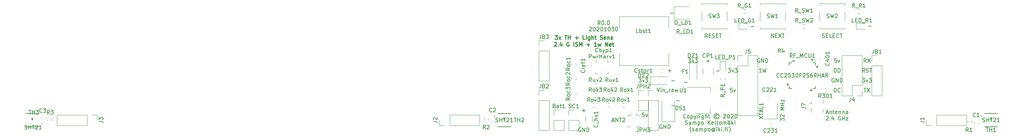
<source format=gto>
%TF.GenerationSoftware,KiCad,Pcbnew,5.1.7-a382d34a8~87~ubuntu18.04.1*%
%TF.CreationDate,2020-11-02T20:34:46+02:00*%
%TF.ProjectId,sens-rf-1w-1-kicad,73656e73-2d72-4662-9d31-772d312d6b69,0.0*%
%TF.SameCoordinates,Original*%
%TF.FileFunction,Legend,Top*%
%TF.FilePolarity,Positive*%
%FSLAX46Y46*%
G04 Gerber Fmt 4.6, Leading zero omitted, Abs format (unit mm)*
G04 Created by KiCad (PCBNEW 5.1.7-a382d34a8~87~ubuntu18.04.1) date 2020-11-02 20:34:46*
%MOMM*%
%LPD*%
G01*
G04 APERTURE LIST*
%ADD10C,0.150000*%
%ADD11C,0.120000*%
%ADD12C,0.250000*%
%ADD13C,0.152400*%
G04 APERTURE END LIST*
D10*
X191389047Y-142311428D02*
X192150952Y-142311428D01*
X226698474Y-131826903D02*
X226746093Y-131874522D01*
X226698474Y-131922141D01*
X226650854Y-131874522D01*
X226698474Y-131826903D01*
X226698474Y-131922141D01*
X189799614Y-119856050D02*
X190561519Y-119856050D01*
X240413104Y-123227057D02*
X241175009Y-123227057D01*
X210439047Y-123261428D02*
X211200952Y-123261428D01*
X201549047Y-134691428D02*
X202310952Y-134691428D01*
X190119047Y-143581428D02*
X190880952Y-143581428D01*
X189218963Y-134630415D02*
X189980868Y-134630415D01*
X189599916Y-135011367D02*
X189599916Y-134249463D01*
X181689523Y-136612380D02*
X182308571Y-136612380D01*
X181975238Y-136993333D01*
X182118095Y-136993333D01*
X182213333Y-137040952D01*
X182260952Y-137088571D01*
X182308571Y-137183809D01*
X182308571Y-137421904D01*
X182260952Y-137517142D01*
X182213333Y-137564761D01*
X182118095Y-137612380D01*
X181832380Y-137612380D01*
X181737142Y-137564761D01*
X181689523Y-137517142D01*
X182641904Y-136945714D02*
X182880000Y-137612380D01*
X183118095Y-136945714D01*
X183403809Y-136612380D02*
X184022857Y-136612380D01*
X183689523Y-136993333D01*
X183832380Y-136993333D01*
X183927619Y-137040952D01*
X183975238Y-137088571D01*
X184022857Y-137183809D01*
X184022857Y-137421904D01*
X183975238Y-137517142D01*
X183927619Y-137564761D01*
X183832380Y-137612380D01*
X183546666Y-137612380D01*
X183451428Y-137564761D01*
X183403809Y-137517142D01*
X190119047Y-137231428D02*
X190880952Y-137231428D01*
X193040000Y-138787142D02*
X193087619Y-138834761D01*
X193040000Y-138882380D01*
X192992380Y-138834761D01*
X193040000Y-138787142D01*
X193040000Y-138882380D01*
X193299655Y-137678837D02*
X194061560Y-137678837D01*
X199009047Y-132151428D02*
X199770952Y-132151428D01*
X199390000Y-132532380D02*
X199390000Y-131770476D01*
X194389523Y-131532380D02*
X195008571Y-131532380D01*
X194675238Y-131913333D01*
X194818095Y-131913333D01*
X194913333Y-131960952D01*
X194960952Y-132008571D01*
X195008571Y-132103809D01*
X195008571Y-132341904D01*
X194960952Y-132437142D01*
X194913333Y-132484761D01*
X194818095Y-132532380D01*
X194532380Y-132532380D01*
X194437142Y-132484761D01*
X194389523Y-132437142D01*
X195341904Y-131865714D02*
X195580000Y-132532380D01*
X195818095Y-131865714D01*
X196103809Y-131532380D02*
X196722857Y-131532380D01*
X196389523Y-131913333D01*
X196532380Y-131913333D01*
X196627619Y-131960952D01*
X196675238Y-132008571D01*
X196722857Y-132103809D01*
X196722857Y-132341904D01*
X196675238Y-132437142D01*
X196627619Y-132484761D01*
X196532380Y-132532380D01*
X196246666Y-132532380D01*
X196151428Y-132484761D01*
X196103809Y-132437142D01*
X167259047Y-144851428D02*
X168020952Y-144851428D01*
X167640000Y-145232380D02*
X167640000Y-144470476D01*
D11*
X170401798Y-132524749D02*
G75*
G03*
X170401798Y-132524749I-62210J0D01*
G01*
D10*
X166878095Y-149360000D02*
X166782857Y-149312380D01*
X166640000Y-149312380D01*
X166497142Y-149360000D01*
X166401904Y-149455238D01*
X166354285Y-149550476D01*
X166306666Y-149740952D01*
X166306666Y-149883809D01*
X166354285Y-150074285D01*
X166401904Y-150169523D01*
X166497142Y-150264761D01*
X166640000Y-150312380D01*
X166735238Y-150312380D01*
X166878095Y-150264761D01*
X166925714Y-150217142D01*
X166925714Y-149883809D01*
X166735238Y-149883809D01*
X167354285Y-150312380D02*
X167354285Y-149312380D01*
X167925714Y-150312380D01*
X167925714Y-149312380D01*
X168401904Y-150312380D02*
X168401904Y-149312380D01*
X168640000Y-149312380D01*
X168782857Y-149360000D01*
X168878095Y-149455238D01*
X168925714Y-149550476D01*
X168973333Y-149740952D01*
X168973333Y-149883809D01*
X168925714Y-150074285D01*
X168878095Y-150169523D01*
X168782857Y-150264761D01*
X168640000Y-150312380D01*
X168401904Y-150312380D01*
X183114785Y-145471719D02*
X182638595Y-145471719D01*
X182590976Y-145947910D01*
X182638595Y-145900291D01*
X182733833Y-145852672D01*
X182971928Y-145852672D01*
X183067166Y-145900291D01*
X183114785Y-145947910D01*
X183162404Y-146043148D01*
X183162404Y-146281243D01*
X183114785Y-146376481D01*
X183067166Y-146424100D01*
X182971928Y-146471719D01*
X182733833Y-146471719D01*
X182638595Y-146424100D01*
X182590976Y-146376481D01*
X183495738Y-145805053D02*
X183733833Y-146471719D01*
X183971928Y-145805053D01*
X187628701Y-148515503D02*
X187533463Y-148467883D01*
X187390606Y-148467883D01*
X187247748Y-148515503D01*
X187152510Y-148610741D01*
X187104891Y-148705979D01*
X187057272Y-148896455D01*
X187057272Y-149039312D01*
X187104891Y-149229788D01*
X187152510Y-149325026D01*
X187247748Y-149420264D01*
X187390606Y-149467883D01*
X187485844Y-149467883D01*
X187628701Y-149420264D01*
X187676320Y-149372645D01*
X187676320Y-149039312D01*
X187485844Y-149039312D01*
X188104891Y-149467883D02*
X188104891Y-148467883D01*
X188676320Y-149467883D01*
X188676320Y-148467883D01*
X189152510Y-149467883D02*
X189152510Y-148467883D01*
X189390606Y-148467883D01*
X189533463Y-148515503D01*
X189628701Y-148610741D01*
X189676320Y-148705979D01*
X189723939Y-148896455D01*
X189723939Y-149039312D01*
X189676320Y-149229788D01*
X189628701Y-149325026D01*
X189533463Y-149420264D01*
X189390606Y-149467883D01*
X189152510Y-149467883D01*
X186373685Y-139014870D02*
X186707019Y-140014870D01*
X187040352Y-139014870D01*
X187373685Y-140014870D02*
X187373685Y-139348204D01*
X187373685Y-139014870D02*
X187326066Y-139062490D01*
X187373685Y-139110109D01*
X187421304Y-139062490D01*
X187373685Y-139014870D01*
X187373685Y-139110109D01*
X187849876Y-139348204D02*
X187849876Y-140014870D01*
X187849876Y-139443442D02*
X187897495Y-139395823D01*
X187992733Y-139348204D01*
X188135590Y-139348204D01*
X188230828Y-139395823D01*
X188278447Y-139491061D01*
X188278447Y-140014870D01*
X188516542Y-140110109D02*
X189278447Y-140110109D01*
X189516542Y-140014870D02*
X189516542Y-139348204D01*
X189516542Y-139538680D02*
X189564162Y-139443442D01*
X189611781Y-139395823D01*
X189707019Y-139348204D01*
X189802257Y-139348204D01*
X190564162Y-140014870D02*
X190564162Y-139491061D01*
X190516542Y-139395823D01*
X190421304Y-139348204D01*
X190230828Y-139348204D01*
X190135590Y-139395823D01*
X190564162Y-139967251D02*
X190468923Y-140014870D01*
X190230828Y-140014870D01*
X190135590Y-139967251D01*
X190087971Y-139872013D01*
X190087971Y-139776775D01*
X190135590Y-139681537D01*
X190230828Y-139633918D01*
X190468923Y-139633918D01*
X190564162Y-139586299D01*
X190945114Y-139348204D02*
X191135590Y-140014870D01*
X191326066Y-139538680D01*
X191516542Y-140014870D01*
X191707019Y-139348204D01*
D12*
X160259047Y-125577380D02*
X160878095Y-125577380D01*
X160544761Y-125958333D01*
X160687619Y-125958333D01*
X160782857Y-126005952D01*
X160830476Y-126053571D01*
X160878095Y-126148809D01*
X160878095Y-126386904D01*
X160830476Y-126482142D01*
X160782857Y-126529761D01*
X160687619Y-126577380D01*
X160401904Y-126577380D01*
X160306666Y-126529761D01*
X160259047Y-126482142D01*
X161211428Y-126577380D02*
X161735238Y-125910714D01*
X161211428Y-125910714D02*
X161735238Y-126577380D01*
X162735238Y-125577380D02*
X163306666Y-125577380D01*
X163020952Y-126577380D02*
X163020952Y-125577380D01*
X163640000Y-126577380D02*
X163640000Y-125577380D01*
X163640000Y-126053571D02*
X164211428Y-126053571D01*
X164211428Y-126577380D02*
X164211428Y-125577380D01*
X165449523Y-126196428D02*
X166211428Y-126196428D01*
X165830476Y-126577380D02*
X165830476Y-125815476D01*
X167925714Y-126577380D02*
X167449523Y-126577380D01*
X167449523Y-125577380D01*
X168259047Y-126577380D02*
X168259047Y-125910714D01*
X168259047Y-125577380D02*
X168211428Y-125625000D01*
X168259047Y-125672619D01*
X168306666Y-125625000D01*
X168259047Y-125577380D01*
X168259047Y-125672619D01*
X169163809Y-125910714D02*
X169163809Y-126720238D01*
X169116190Y-126815476D01*
X169068571Y-126863095D01*
X168973333Y-126910714D01*
X168830476Y-126910714D01*
X168735238Y-126863095D01*
X169163809Y-126529761D02*
X169068571Y-126577380D01*
X168878095Y-126577380D01*
X168782857Y-126529761D01*
X168735238Y-126482142D01*
X168687619Y-126386904D01*
X168687619Y-126101190D01*
X168735238Y-126005952D01*
X168782857Y-125958333D01*
X168878095Y-125910714D01*
X169068571Y-125910714D01*
X169163809Y-125958333D01*
X169640000Y-126577380D02*
X169640000Y-125577380D01*
X170068571Y-126577380D02*
X170068571Y-126053571D01*
X170020952Y-125958333D01*
X169925714Y-125910714D01*
X169782857Y-125910714D01*
X169687619Y-125958333D01*
X169640000Y-126005952D01*
X170401904Y-125910714D02*
X170782857Y-125910714D01*
X170544761Y-125577380D02*
X170544761Y-126434523D01*
X170592380Y-126529761D01*
X170687619Y-126577380D01*
X170782857Y-126577380D01*
X171830476Y-126529761D02*
X171973333Y-126577380D01*
X172211428Y-126577380D01*
X172306666Y-126529761D01*
X172354285Y-126482142D01*
X172401904Y-126386904D01*
X172401904Y-126291666D01*
X172354285Y-126196428D01*
X172306666Y-126148809D01*
X172211428Y-126101190D01*
X172020952Y-126053571D01*
X171925714Y-126005952D01*
X171878095Y-125958333D01*
X171830476Y-125863095D01*
X171830476Y-125767857D01*
X171878095Y-125672619D01*
X171925714Y-125625000D01*
X172020952Y-125577380D01*
X172259047Y-125577380D01*
X172401904Y-125625000D01*
X173211428Y-126529761D02*
X173116190Y-126577380D01*
X172925714Y-126577380D01*
X172830476Y-126529761D01*
X172782857Y-126434523D01*
X172782857Y-126053571D01*
X172830476Y-125958333D01*
X172925714Y-125910714D01*
X173116190Y-125910714D01*
X173211428Y-125958333D01*
X173259047Y-126053571D01*
X173259047Y-126148809D01*
X172782857Y-126244047D01*
X173687619Y-125910714D02*
X173687619Y-126577380D01*
X173687619Y-126005952D02*
X173735238Y-125958333D01*
X173830476Y-125910714D01*
X173973333Y-125910714D01*
X174068571Y-125958333D01*
X174116190Y-126053571D01*
X174116190Y-126577380D01*
X174544761Y-126529761D02*
X174640000Y-126577380D01*
X174830476Y-126577380D01*
X174925714Y-126529761D01*
X174973333Y-126434523D01*
X174973333Y-126386904D01*
X174925714Y-126291666D01*
X174830476Y-126244047D01*
X174687619Y-126244047D01*
X174592380Y-126196428D01*
X174544761Y-126101190D01*
X174544761Y-126053571D01*
X174592380Y-125958333D01*
X174687619Y-125910714D01*
X174830476Y-125910714D01*
X174925714Y-125958333D01*
X160092380Y-127422619D02*
X160140000Y-127375000D01*
X160235238Y-127327380D01*
X160473333Y-127327380D01*
X160568571Y-127375000D01*
X160616190Y-127422619D01*
X160663809Y-127517857D01*
X160663809Y-127613095D01*
X160616190Y-127755952D01*
X160044761Y-128327380D01*
X160663809Y-128327380D01*
X161092380Y-128232142D02*
X161140000Y-128279761D01*
X161092380Y-128327380D01*
X161044761Y-128279761D01*
X161092380Y-128232142D01*
X161092380Y-128327380D01*
X161997142Y-127660714D02*
X161997142Y-128327380D01*
X161759047Y-127279761D02*
X161520952Y-127994047D01*
X162140000Y-127994047D01*
X163806666Y-127375000D02*
X163711428Y-127327380D01*
X163568571Y-127327380D01*
X163425714Y-127375000D01*
X163330476Y-127470238D01*
X163282857Y-127565476D01*
X163235238Y-127755952D01*
X163235238Y-127898809D01*
X163282857Y-128089285D01*
X163330476Y-128184523D01*
X163425714Y-128279761D01*
X163568571Y-128327380D01*
X163663809Y-128327380D01*
X163806666Y-128279761D01*
X163854285Y-128232142D01*
X163854285Y-127898809D01*
X163663809Y-127898809D01*
X165044761Y-128327380D02*
X165044761Y-127327380D01*
X165473333Y-128279761D02*
X165616190Y-128327380D01*
X165854285Y-128327380D01*
X165949523Y-128279761D01*
X165997142Y-128232142D01*
X166044761Y-128136904D01*
X166044761Y-128041666D01*
X165997142Y-127946428D01*
X165949523Y-127898809D01*
X165854285Y-127851190D01*
X165663809Y-127803571D01*
X165568571Y-127755952D01*
X165520952Y-127708333D01*
X165473333Y-127613095D01*
X165473333Y-127517857D01*
X165520952Y-127422619D01*
X165568571Y-127375000D01*
X165663809Y-127327380D01*
X165901904Y-127327380D01*
X166044761Y-127375000D01*
X166473333Y-128327380D02*
X166473333Y-127327380D01*
X166806666Y-128041666D01*
X167140000Y-127327380D01*
X167140000Y-128327380D01*
X168378095Y-127946428D02*
X169140000Y-127946428D01*
X168759047Y-128327380D02*
X168759047Y-127565476D01*
X170901904Y-128327380D02*
X170330476Y-128327380D01*
X170616190Y-128327380D02*
X170616190Y-127327380D01*
X170520952Y-127470238D01*
X170425714Y-127565476D01*
X170330476Y-127613095D01*
X171235238Y-127660714D02*
X171425714Y-128327380D01*
X171616190Y-127851190D01*
X171806666Y-128327380D01*
X171997142Y-127660714D01*
X173140000Y-128327380D02*
X173140000Y-127327380D01*
X173711428Y-128327380D01*
X173711428Y-127327380D01*
X174568571Y-128279761D02*
X174473333Y-128327380D01*
X174282857Y-128327380D01*
X174187619Y-128279761D01*
X174140000Y-128184523D01*
X174140000Y-127803571D01*
X174187619Y-127708333D01*
X174282857Y-127660714D01*
X174473333Y-127660714D01*
X174568571Y-127708333D01*
X174616190Y-127803571D01*
X174616190Y-127898809D01*
X174140000Y-127994047D01*
X174901904Y-127660714D02*
X175282857Y-127660714D01*
X175044761Y-127327380D02*
X175044761Y-128184523D01*
X175092380Y-128279761D01*
X175187619Y-128327380D01*
X175282857Y-128327380D01*
D10*
X171839047Y-122817380D02*
X171505714Y-122341190D01*
X171267619Y-122817380D02*
X171267619Y-121817380D01*
X171648571Y-121817380D01*
X171743809Y-121865000D01*
X171791428Y-121912619D01*
X171839047Y-122007857D01*
X171839047Y-122150714D01*
X171791428Y-122245952D01*
X171743809Y-122293571D01*
X171648571Y-122341190D01*
X171267619Y-122341190D01*
X172458095Y-121817380D02*
X172553333Y-121817380D01*
X172648571Y-121865000D01*
X172696190Y-121912619D01*
X172743809Y-122007857D01*
X172791428Y-122198333D01*
X172791428Y-122436428D01*
X172743809Y-122626904D01*
X172696190Y-122722142D01*
X172648571Y-122769761D01*
X172553333Y-122817380D01*
X172458095Y-122817380D01*
X172362857Y-122769761D01*
X172315238Y-122722142D01*
X172267619Y-122626904D01*
X172220000Y-122436428D01*
X172220000Y-122198333D01*
X172267619Y-122007857D01*
X172315238Y-121912619D01*
X172362857Y-121865000D01*
X172458095Y-121817380D01*
X173220000Y-122722142D02*
X173267619Y-122769761D01*
X173220000Y-122817380D01*
X173172380Y-122769761D01*
X173220000Y-122722142D01*
X173220000Y-122817380D01*
X173886666Y-121817380D02*
X173981904Y-121817380D01*
X174077142Y-121865000D01*
X174124761Y-121912619D01*
X174172380Y-122007857D01*
X174220000Y-122198333D01*
X174220000Y-122436428D01*
X174172380Y-122626904D01*
X174124761Y-122722142D01*
X174077142Y-122769761D01*
X173981904Y-122817380D01*
X173886666Y-122817380D01*
X173791428Y-122769761D01*
X173743809Y-122722142D01*
X173696190Y-122626904D01*
X173648571Y-122436428D01*
X173648571Y-122198333D01*
X173696190Y-122007857D01*
X173743809Y-121912619D01*
X173791428Y-121865000D01*
X173886666Y-121817380D01*
X169100952Y-123562619D02*
X169148571Y-123515000D01*
X169243809Y-123467380D01*
X169481904Y-123467380D01*
X169577142Y-123515000D01*
X169624761Y-123562619D01*
X169672380Y-123657857D01*
X169672380Y-123753095D01*
X169624761Y-123895952D01*
X169053333Y-124467380D01*
X169672380Y-124467380D01*
X170291428Y-123467380D02*
X170386666Y-123467380D01*
X170481904Y-123515000D01*
X170529523Y-123562619D01*
X170577142Y-123657857D01*
X170624761Y-123848333D01*
X170624761Y-124086428D01*
X170577142Y-124276904D01*
X170529523Y-124372142D01*
X170481904Y-124419761D01*
X170386666Y-124467380D01*
X170291428Y-124467380D01*
X170196190Y-124419761D01*
X170148571Y-124372142D01*
X170100952Y-124276904D01*
X170053333Y-124086428D01*
X170053333Y-123848333D01*
X170100952Y-123657857D01*
X170148571Y-123562619D01*
X170196190Y-123515000D01*
X170291428Y-123467380D01*
X171005714Y-123562619D02*
X171053333Y-123515000D01*
X171148571Y-123467380D01*
X171386666Y-123467380D01*
X171481904Y-123515000D01*
X171529523Y-123562619D01*
X171577142Y-123657857D01*
X171577142Y-123753095D01*
X171529523Y-123895952D01*
X170958095Y-124467380D01*
X171577142Y-124467380D01*
X172196190Y-123467380D02*
X172291428Y-123467380D01*
X172386666Y-123515000D01*
X172434285Y-123562619D01*
X172481904Y-123657857D01*
X172529523Y-123848333D01*
X172529523Y-124086428D01*
X172481904Y-124276904D01*
X172434285Y-124372142D01*
X172386666Y-124419761D01*
X172291428Y-124467380D01*
X172196190Y-124467380D01*
X172100952Y-124419761D01*
X172053333Y-124372142D01*
X172005714Y-124276904D01*
X171958095Y-124086428D01*
X171958095Y-123848333D01*
X172005714Y-123657857D01*
X172053333Y-123562619D01*
X172100952Y-123515000D01*
X172196190Y-123467380D01*
X173481904Y-124467380D02*
X172910476Y-124467380D01*
X173196190Y-124467380D02*
X173196190Y-123467380D01*
X173100952Y-123610238D01*
X173005714Y-123705476D01*
X172910476Y-123753095D01*
X174100952Y-123467380D02*
X174196190Y-123467380D01*
X174291428Y-123515000D01*
X174339047Y-123562619D01*
X174386666Y-123657857D01*
X174434285Y-123848333D01*
X174434285Y-124086428D01*
X174386666Y-124276904D01*
X174339047Y-124372142D01*
X174291428Y-124419761D01*
X174196190Y-124467380D01*
X174100952Y-124467380D01*
X174005714Y-124419761D01*
X173958095Y-124372142D01*
X173910476Y-124276904D01*
X173862857Y-124086428D01*
X173862857Y-123848333D01*
X173910476Y-123657857D01*
X173958095Y-123562619D01*
X174005714Y-123515000D01*
X174100952Y-123467380D01*
X174767619Y-123467380D02*
X175386666Y-123467380D01*
X175053333Y-123848333D01*
X175196190Y-123848333D01*
X175291428Y-123895952D01*
X175339047Y-123943571D01*
X175386666Y-124038809D01*
X175386666Y-124276904D01*
X175339047Y-124372142D01*
X175291428Y-124419761D01*
X175196190Y-124467380D01*
X174910476Y-124467380D01*
X174815238Y-124419761D01*
X174767619Y-124372142D01*
X176005714Y-123467380D02*
X176100952Y-123467380D01*
X176196190Y-123515000D01*
X176243809Y-123562619D01*
X176291428Y-123657857D01*
X176339047Y-123848333D01*
X176339047Y-124086428D01*
X176291428Y-124276904D01*
X176243809Y-124372142D01*
X176196190Y-124419761D01*
X176100952Y-124467380D01*
X176005714Y-124467380D01*
X175910476Y-124419761D01*
X175862857Y-124372142D01*
X175815238Y-124276904D01*
X175767619Y-124086428D01*
X175767619Y-123848333D01*
X175815238Y-123657857D01*
X175862857Y-123562619D01*
X175910476Y-123515000D01*
X176005714Y-123467380D01*
X193720019Y-146705361D02*
X193672400Y-146752980D01*
X193529543Y-146800599D01*
X193434305Y-146800599D01*
X193291448Y-146752980D01*
X193196210Y-146657742D01*
X193148591Y-146562504D01*
X193100972Y-146372028D01*
X193100972Y-146229171D01*
X193148591Y-146038695D01*
X193196210Y-145943457D01*
X193291448Y-145848219D01*
X193434305Y-145800599D01*
X193529543Y-145800599D01*
X193672400Y-145848219D01*
X193720019Y-145895838D01*
X194291448Y-146800599D02*
X194196210Y-146752980D01*
X194148591Y-146705361D01*
X194100972Y-146610123D01*
X194100972Y-146324409D01*
X194148591Y-146229171D01*
X194196210Y-146181552D01*
X194291448Y-146133933D01*
X194434305Y-146133933D01*
X194529543Y-146181552D01*
X194577162Y-146229171D01*
X194624781Y-146324409D01*
X194624781Y-146610123D01*
X194577162Y-146705361D01*
X194529543Y-146752980D01*
X194434305Y-146800599D01*
X194291448Y-146800599D01*
X195053353Y-146133933D02*
X195053353Y-147133933D01*
X195053353Y-146181552D02*
X195148591Y-146133933D01*
X195339067Y-146133933D01*
X195434305Y-146181552D01*
X195481924Y-146229171D01*
X195529543Y-146324409D01*
X195529543Y-146610123D01*
X195481924Y-146705361D01*
X195434305Y-146752980D01*
X195339067Y-146800599D01*
X195148591Y-146800599D01*
X195053353Y-146752980D01*
X195862876Y-146133933D02*
X196100972Y-146800599D01*
X196339067Y-146133933D02*
X196100972Y-146800599D01*
X196005734Y-147038695D01*
X195958115Y-147086314D01*
X195862876Y-147133933D01*
X196720019Y-146800599D02*
X196720019Y-146133933D01*
X196720019Y-146324409D02*
X196767638Y-146229171D01*
X196815257Y-146181552D01*
X196910495Y-146133933D01*
X197005734Y-146133933D01*
X197339067Y-146800599D02*
X197339067Y-146133933D01*
X197339067Y-145800599D02*
X197291448Y-145848219D01*
X197339067Y-145895838D01*
X197386686Y-145848219D01*
X197339067Y-145800599D01*
X197339067Y-145895838D01*
X198243829Y-146133933D02*
X198243829Y-146943457D01*
X198196210Y-147038695D01*
X198148591Y-147086314D01*
X198053353Y-147133933D01*
X197910495Y-147133933D01*
X197815257Y-147086314D01*
X198243829Y-146752980D02*
X198148591Y-146800599D01*
X197958115Y-146800599D01*
X197862876Y-146752980D01*
X197815257Y-146705361D01*
X197767638Y-146610123D01*
X197767638Y-146324409D01*
X197815257Y-146229171D01*
X197862876Y-146181552D01*
X197958115Y-146133933D01*
X198148591Y-146133933D01*
X198243829Y-146181552D01*
X198720019Y-146800599D02*
X198720019Y-145800599D01*
X199148591Y-146800599D02*
X199148591Y-146276790D01*
X199100972Y-146181552D01*
X199005734Y-146133933D01*
X198862876Y-146133933D01*
X198767638Y-146181552D01*
X198720019Y-146229171D01*
X199481924Y-146133933D02*
X199862876Y-146133933D01*
X199624781Y-145800599D02*
X199624781Y-146657742D01*
X199672400Y-146752980D01*
X199767638Y-146800599D01*
X199862876Y-146800599D01*
X201767638Y-146038695D02*
X201672400Y-145991076D01*
X201481924Y-145991076D01*
X201386686Y-146038695D01*
X201291448Y-146133933D01*
X201243829Y-146229171D01*
X201243829Y-146419647D01*
X201291448Y-146514885D01*
X201386686Y-146610123D01*
X201481924Y-146657742D01*
X201672400Y-146657742D01*
X201767638Y-146610123D01*
X201577162Y-145657742D02*
X201339067Y-145705361D01*
X201100972Y-145848219D01*
X200958115Y-146086314D01*
X200910495Y-146324409D01*
X200958115Y-146562504D01*
X201100972Y-146800599D01*
X201339067Y-146943457D01*
X201577162Y-146991076D01*
X201815257Y-146943457D01*
X202053353Y-146800599D01*
X202196210Y-146562504D01*
X202243829Y-146324409D01*
X202196210Y-146086314D01*
X202053353Y-145848219D01*
X201815257Y-145705361D01*
X201577162Y-145657742D01*
X203386686Y-145895838D02*
X203434305Y-145848219D01*
X203529543Y-145800599D01*
X203767638Y-145800599D01*
X203862876Y-145848219D01*
X203910495Y-145895838D01*
X203958115Y-145991076D01*
X203958115Y-146086314D01*
X203910495Y-146229171D01*
X203339067Y-146800599D01*
X203958115Y-146800599D01*
X204577162Y-145800599D02*
X204672400Y-145800599D01*
X204767638Y-145848219D01*
X204815257Y-145895838D01*
X204862876Y-145991076D01*
X204910495Y-146181552D01*
X204910495Y-146419647D01*
X204862876Y-146610123D01*
X204815257Y-146705361D01*
X204767638Y-146752980D01*
X204672400Y-146800599D01*
X204577162Y-146800599D01*
X204481924Y-146752980D01*
X204434305Y-146705361D01*
X204386686Y-146610123D01*
X204339067Y-146419647D01*
X204339067Y-146181552D01*
X204386686Y-145991076D01*
X204434305Y-145895838D01*
X204481924Y-145848219D01*
X204577162Y-145800599D01*
X205291448Y-145895838D02*
X205339067Y-145848219D01*
X205434305Y-145800599D01*
X205672400Y-145800599D01*
X205767638Y-145848219D01*
X205815257Y-145895838D01*
X205862876Y-145991076D01*
X205862876Y-146086314D01*
X205815257Y-146229171D01*
X205243829Y-146800599D01*
X205862876Y-146800599D01*
X206481924Y-145800599D02*
X206577162Y-145800599D01*
X206672400Y-145848219D01*
X206720019Y-145895838D01*
X206767638Y-145991076D01*
X206815257Y-146181552D01*
X206815257Y-146419647D01*
X206767638Y-146610123D01*
X206720019Y-146705361D01*
X206672400Y-146752980D01*
X206577162Y-146800599D01*
X206481924Y-146800599D01*
X206386686Y-146752980D01*
X206339067Y-146705361D01*
X206291448Y-146610123D01*
X206243829Y-146419647D01*
X206243829Y-146181552D01*
X206291448Y-145991076D01*
X206339067Y-145895838D01*
X206386686Y-145848219D01*
X206481924Y-145800599D01*
X193600972Y-148402980D02*
X193743829Y-148450599D01*
X193981924Y-148450599D01*
X194077162Y-148402980D01*
X194124781Y-148355361D01*
X194172400Y-148260123D01*
X194172400Y-148164885D01*
X194124781Y-148069647D01*
X194077162Y-148022028D01*
X193981924Y-147974409D01*
X193791448Y-147926790D01*
X193696210Y-147879171D01*
X193648591Y-147831552D01*
X193600972Y-147736314D01*
X193600972Y-147641076D01*
X193648591Y-147545838D01*
X193696210Y-147498219D01*
X193791448Y-147450599D01*
X194029543Y-147450599D01*
X194172400Y-147498219D01*
X195029543Y-148450599D02*
X195029543Y-147926790D01*
X194981924Y-147831552D01*
X194886686Y-147783933D01*
X194696210Y-147783933D01*
X194600972Y-147831552D01*
X195029543Y-148402980D02*
X194934305Y-148450599D01*
X194696210Y-148450599D01*
X194600972Y-148402980D01*
X194553353Y-148307742D01*
X194553353Y-148212504D01*
X194600972Y-148117266D01*
X194696210Y-148069647D01*
X194934305Y-148069647D01*
X195029543Y-148022028D01*
X195505734Y-148450599D02*
X195505734Y-147783933D01*
X195505734Y-147879171D02*
X195553353Y-147831552D01*
X195648591Y-147783933D01*
X195791448Y-147783933D01*
X195886686Y-147831552D01*
X195934305Y-147926790D01*
X195934305Y-148450599D01*
X195934305Y-147926790D02*
X195981924Y-147831552D01*
X196077162Y-147783933D01*
X196220019Y-147783933D01*
X196315257Y-147831552D01*
X196362876Y-147926790D01*
X196362876Y-148450599D01*
X196839067Y-147783933D02*
X196839067Y-148783933D01*
X196839067Y-147831552D02*
X196934305Y-147783933D01*
X197124781Y-147783933D01*
X197220019Y-147831552D01*
X197267638Y-147879171D01*
X197315257Y-147974409D01*
X197315257Y-148260123D01*
X197267638Y-148355361D01*
X197220019Y-148402980D01*
X197124781Y-148450599D01*
X196934305Y-148450599D01*
X196839067Y-148402980D01*
X197886686Y-148450599D02*
X197791448Y-148402980D01*
X197743829Y-148355361D01*
X197696210Y-148260123D01*
X197696210Y-147974409D01*
X197743829Y-147879171D01*
X197791448Y-147831552D01*
X197886686Y-147783933D01*
X198029543Y-147783933D01*
X198124781Y-147831552D01*
X198172400Y-147879171D01*
X198220019Y-147974409D01*
X198220019Y-148260123D01*
X198172400Y-148355361D01*
X198124781Y-148402980D01*
X198029543Y-148450599D01*
X197886686Y-148450599D01*
X199410495Y-148450599D02*
X199410495Y-147450599D01*
X199981924Y-148450599D02*
X199553353Y-147879171D01*
X199981924Y-147450599D02*
X199410495Y-148022028D01*
X200791448Y-148402980D02*
X200696210Y-148450599D01*
X200505734Y-148450599D01*
X200410495Y-148402980D01*
X200362876Y-148307742D01*
X200362876Y-147926790D01*
X200410495Y-147831552D01*
X200505734Y-147783933D01*
X200696210Y-147783933D01*
X200791448Y-147831552D01*
X200839067Y-147926790D01*
X200839067Y-148022028D01*
X200362876Y-148117266D01*
X201410495Y-148450599D02*
X201315257Y-148402980D01*
X201267638Y-148307742D01*
X201267638Y-147450599D01*
X201934305Y-148450599D02*
X201839067Y-148402980D01*
X201791448Y-148307742D01*
X201791448Y-147450599D01*
X202458115Y-148450599D02*
X202362876Y-148402980D01*
X202315257Y-148355361D01*
X202267638Y-148260123D01*
X202267638Y-147974409D01*
X202315257Y-147879171D01*
X202362876Y-147831552D01*
X202458115Y-147783933D01*
X202600972Y-147783933D01*
X202696210Y-147831552D01*
X202743829Y-147879171D01*
X202791448Y-147974409D01*
X202791448Y-148260123D01*
X202743829Y-148355361D01*
X202696210Y-148402980D01*
X202600972Y-148450599D01*
X202458115Y-148450599D01*
X203220019Y-148450599D02*
X203220019Y-147783933D01*
X203220019Y-147879171D02*
X203267638Y-147831552D01*
X203362876Y-147783933D01*
X203505734Y-147783933D01*
X203600972Y-147831552D01*
X203648591Y-147926790D01*
X203648591Y-148450599D01*
X203648591Y-147926790D02*
X203696210Y-147831552D01*
X203791448Y-147783933D01*
X203934305Y-147783933D01*
X204029543Y-147831552D01*
X204077162Y-147926790D01*
X204077162Y-148450599D01*
X204981924Y-148450599D02*
X204981924Y-147926790D01*
X204934305Y-147831552D01*
X204839067Y-147783933D01*
X204648591Y-147783933D01*
X204553353Y-147831552D01*
X204981924Y-148402980D02*
X204886686Y-148450599D01*
X204648591Y-148450599D01*
X204553353Y-148402980D01*
X204505734Y-148307742D01*
X204505734Y-148212504D01*
X204553353Y-148117266D01*
X204648591Y-148069647D01*
X204886686Y-148069647D01*
X204981924Y-148022028D01*
X204553353Y-147450599D02*
X204600972Y-147498219D01*
X204553353Y-147545838D01*
X204505734Y-147498219D01*
X204553353Y-147450599D01*
X204553353Y-147545838D01*
X204934305Y-147450599D02*
X204981924Y-147498219D01*
X204934305Y-147545838D01*
X204886686Y-147498219D01*
X204934305Y-147450599D01*
X204934305Y-147545838D01*
X205458115Y-148450599D02*
X205458115Y-147450599D01*
X205553353Y-148069647D02*
X205839067Y-148450599D01*
X205839067Y-147783933D02*
X205458115Y-148164885D01*
X206267638Y-148450599D02*
X206267638Y-147783933D01*
X206267638Y-147450599D02*
X206220019Y-147498219D01*
X206267638Y-147545838D01*
X206315257Y-147498219D01*
X206267638Y-147450599D01*
X206267638Y-147545838D01*
X195100972Y-150481552D02*
X195053353Y-150433933D01*
X194958115Y-150291076D01*
X194910495Y-150195838D01*
X194862876Y-150052980D01*
X194815257Y-149814885D01*
X194815257Y-149624409D01*
X194862876Y-149386314D01*
X194910495Y-149243457D01*
X194958115Y-149148219D01*
X195053353Y-149005361D01*
X195100972Y-148957742D01*
X195434305Y-150052980D02*
X195529543Y-150100599D01*
X195720019Y-150100599D01*
X195815257Y-150052980D01*
X195862876Y-149957742D01*
X195862876Y-149910123D01*
X195815257Y-149814885D01*
X195720019Y-149767266D01*
X195577162Y-149767266D01*
X195481924Y-149719647D01*
X195434305Y-149624409D01*
X195434305Y-149576790D01*
X195481924Y-149481552D01*
X195577162Y-149433933D01*
X195720019Y-149433933D01*
X195815257Y-149481552D01*
X196720019Y-150100599D02*
X196720019Y-149576790D01*
X196672400Y-149481552D01*
X196577162Y-149433933D01*
X196386686Y-149433933D01*
X196291448Y-149481552D01*
X196720019Y-150052980D02*
X196624781Y-150100599D01*
X196386686Y-150100599D01*
X196291448Y-150052980D01*
X196243829Y-149957742D01*
X196243829Y-149862504D01*
X196291448Y-149767266D01*
X196386686Y-149719647D01*
X196624781Y-149719647D01*
X196720019Y-149672028D01*
X197196210Y-150100599D02*
X197196210Y-149433933D01*
X197196210Y-149529171D02*
X197243829Y-149481552D01*
X197339067Y-149433933D01*
X197481924Y-149433933D01*
X197577162Y-149481552D01*
X197624781Y-149576790D01*
X197624781Y-150100599D01*
X197624781Y-149576790D02*
X197672400Y-149481552D01*
X197767638Y-149433933D01*
X197910495Y-149433933D01*
X198005734Y-149481552D01*
X198053353Y-149576790D01*
X198053353Y-150100599D01*
X198529543Y-149433933D02*
X198529543Y-150433933D01*
X198529543Y-149481552D02*
X198624781Y-149433933D01*
X198815257Y-149433933D01*
X198910495Y-149481552D01*
X198958115Y-149529171D01*
X199005734Y-149624409D01*
X199005734Y-149910123D01*
X198958115Y-150005361D01*
X198910495Y-150052980D01*
X198815257Y-150100599D01*
X198624781Y-150100599D01*
X198529543Y-150052980D01*
X199577162Y-150100599D02*
X199481924Y-150052980D01*
X199434305Y-150005361D01*
X199386686Y-149910123D01*
X199386686Y-149624409D01*
X199434305Y-149529171D01*
X199481924Y-149481552D01*
X199577162Y-149433933D01*
X199720019Y-149433933D01*
X199815257Y-149481552D01*
X199862876Y-149529171D01*
X199910495Y-149624409D01*
X199910495Y-149910123D01*
X199862876Y-150005361D01*
X199815257Y-150052980D01*
X199720019Y-150100599D01*
X199577162Y-150100599D01*
X200958115Y-149624409D02*
X200910495Y-149576790D01*
X200815257Y-149529171D01*
X200720019Y-149529171D01*
X200624781Y-149576790D01*
X200577162Y-149624409D01*
X200529543Y-149719647D01*
X200529543Y-149814885D01*
X200577162Y-149910123D01*
X200624781Y-149957742D01*
X200720019Y-150005361D01*
X200815257Y-150005361D01*
X200910495Y-149957742D01*
X200958115Y-149910123D01*
X200958115Y-149529171D02*
X200958115Y-149910123D01*
X201005734Y-149957742D01*
X201053353Y-149957742D01*
X201148591Y-149910123D01*
X201196210Y-149814885D01*
X201196210Y-149576790D01*
X201100972Y-149433933D01*
X200958115Y-149338695D01*
X200767638Y-149291076D01*
X200577162Y-149338695D01*
X200434305Y-149433933D01*
X200339067Y-149576790D01*
X200291448Y-149767266D01*
X200339067Y-149957742D01*
X200434305Y-150100599D01*
X200577162Y-150195838D01*
X200767638Y-150243457D01*
X200958115Y-150195838D01*
X201100972Y-150100599D01*
X201624781Y-150100599D02*
X201624781Y-149433933D01*
X201624781Y-149100599D02*
X201577162Y-149148219D01*
X201624781Y-149195838D01*
X201672400Y-149148219D01*
X201624781Y-149100599D01*
X201624781Y-149195838D01*
X202100972Y-150100599D02*
X202100972Y-149100599D01*
X202196210Y-149719647D02*
X202481924Y-150100599D01*
X202481924Y-149433933D02*
X202100972Y-149814885D01*
X202910495Y-150100599D02*
X202910495Y-149433933D01*
X202910495Y-149100599D02*
X202862876Y-149148219D01*
X202910495Y-149195838D01*
X202958115Y-149148219D01*
X202910495Y-149100599D01*
X202910495Y-149195838D01*
X203386686Y-150005361D02*
X203434305Y-150052980D01*
X203386686Y-150100599D01*
X203339067Y-150052980D01*
X203386686Y-150005361D01*
X203386686Y-150100599D01*
X203720019Y-149433933D02*
X204100972Y-149433933D01*
X203862876Y-150100599D02*
X203862876Y-149243457D01*
X203910495Y-149148219D01*
X204005734Y-149100599D01*
X204100972Y-149100599D01*
X204434305Y-150100599D02*
X204434305Y-149433933D01*
X204434305Y-149100599D02*
X204386686Y-149148219D01*
X204434305Y-149195838D01*
X204481924Y-149148219D01*
X204434305Y-149100599D01*
X204434305Y-149195838D01*
X204815257Y-150481552D02*
X204862876Y-150433933D01*
X204958115Y-150291076D01*
X205005734Y-150195838D01*
X205053353Y-150052980D01*
X205100972Y-149814885D01*
X205100972Y-149624409D01*
X205053353Y-149386314D01*
X205005734Y-149243457D01*
X204958115Y-149148219D01*
X204862876Y-149005361D01*
X204815257Y-148957742D01*
X232267142Y-131532380D02*
X231790952Y-131532380D01*
X231743333Y-132008571D01*
X231790952Y-131960952D01*
X231886190Y-131913333D01*
X232124285Y-131913333D01*
X232219523Y-131960952D01*
X232267142Y-132008571D01*
X232314761Y-132103809D01*
X232314761Y-132341904D01*
X232267142Y-132437142D01*
X232219523Y-132484761D01*
X232124285Y-132532380D01*
X231886190Y-132532380D01*
X231790952Y-132484761D01*
X231743333Y-132437142D01*
X232648095Y-131865714D02*
X232886190Y-132532380D01*
X233124285Y-131865714D01*
X205597142Y-139152380D02*
X205120952Y-139152380D01*
X205073333Y-139628571D01*
X205120952Y-139580952D01*
X205216190Y-139533333D01*
X205454285Y-139533333D01*
X205549523Y-139580952D01*
X205597142Y-139628571D01*
X205644761Y-139723809D01*
X205644761Y-139961904D01*
X205597142Y-140057142D01*
X205549523Y-140104761D01*
X205454285Y-140152380D01*
X205216190Y-140152380D01*
X205120952Y-140104761D01*
X205073333Y-140057142D01*
X205978095Y-139485714D02*
X206216190Y-140152380D01*
X206454285Y-139485714D01*
X204549523Y-134072380D02*
X205168571Y-134072380D01*
X204835238Y-134453333D01*
X204978095Y-134453333D01*
X205073333Y-134500952D01*
X205120952Y-134548571D01*
X205168571Y-134643809D01*
X205168571Y-134881904D01*
X205120952Y-134977142D01*
X205073333Y-135024761D01*
X204978095Y-135072380D01*
X204692380Y-135072380D01*
X204597142Y-135024761D01*
X204549523Y-134977142D01*
X205501904Y-134405714D02*
X205740000Y-135072380D01*
X205978095Y-134405714D01*
X206263809Y-134072380D02*
X206882857Y-134072380D01*
X206549523Y-134453333D01*
X206692380Y-134453333D01*
X206787619Y-134500952D01*
X206835238Y-134548571D01*
X206882857Y-134643809D01*
X206882857Y-134881904D01*
X206835238Y-134977142D01*
X206787619Y-135024761D01*
X206692380Y-135072380D01*
X206406666Y-135072380D01*
X206311428Y-135024761D01*
X206263809Y-134977142D01*
X213074285Y-135072380D02*
X212502857Y-135072380D01*
X212788571Y-135072380D02*
X212788571Y-134072380D01*
X212693333Y-134215238D01*
X212598095Y-134310476D01*
X212502857Y-134358095D01*
X213407619Y-134072380D02*
X213645714Y-135072380D01*
X213836190Y-134358095D01*
X214026666Y-135072380D01*
X214264761Y-134072380D01*
X212598095Y-131580000D02*
X212502857Y-131532380D01*
X212360000Y-131532380D01*
X212217142Y-131580000D01*
X212121904Y-131675238D01*
X212074285Y-131770476D01*
X212026666Y-131960952D01*
X212026666Y-132103809D01*
X212074285Y-132294285D01*
X212121904Y-132389523D01*
X212217142Y-132484761D01*
X212360000Y-132532380D01*
X212455238Y-132532380D01*
X212598095Y-132484761D01*
X212645714Y-132437142D01*
X212645714Y-132103809D01*
X212455238Y-132103809D01*
X213074285Y-132532380D02*
X213074285Y-131532380D01*
X213645714Y-132532380D01*
X213645714Y-131532380D01*
X214121904Y-132532380D02*
X214121904Y-131532380D01*
X214360000Y-131532380D01*
X214502857Y-131580000D01*
X214598095Y-131675238D01*
X214645714Y-131770476D01*
X214693333Y-131960952D01*
X214693333Y-132103809D01*
X214645714Y-132294285D01*
X214598095Y-132389523D01*
X214502857Y-132484761D01*
X214360000Y-132532380D01*
X214121904Y-132532380D01*
X231648095Y-140152380D02*
X231648095Y-139152380D01*
X231886190Y-139152380D01*
X232029047Y-139200000D01*
X232124285Y-139295238D01*
X232171904Y-139390476D01*
X232219523Y-139580952D01*
X232219523Y-139723809D01*
X232171904Y-139914285D01*
X232124285Y-140009523D01*
X232029047Y-140104761D01*
X231886190Y-140152380D01*
X231648095Y-140152380D01*
X233219523Y-140057142D02*
X233171904Y-140104761D01*
X233029047Y-140152380D01*
X232933809Y-140152380D01*
X232790952Y-140104761D01*
X232695714Y-140009523D01*
X232648095Y-139914285D01*
X232600476Y-139723809D01*
X232600476Y-139580952D01*
X232648095Y-139390476D01*
X232695714Y-139295238D01*
X232790952Y-139200000D01*
X232933809Y-139152380D01*
X233029047Y-139152380D01*
X233171904Y-139200000D01*
X233219523Y-139247619D01*
X231648095Y-135072380D02*
X231648095Y-134072380D01*
X231886190Y-134072380D01*
X232029047Y-134120000D01*
X232124285Y-134215238D01*
X232171904Y-134310476D01*
X232219523Y-134500952D01*
X232219523Y-134643809D01*
X232171904Y-134834285D01*
X232124285Y-134929523D01*
X232029047Y-135024761D01*
X231886190Y-135072380D01*
X231648095Y-135072380D01*
X232648095Y-135072380D02*
X232648095Y-134072380D01*
X232886190Y-134072380D01*
X233029047Y-134120000D01*
X233124285Y-134215238D01*
X233171904Y-134310476D01*
X233219523Y-134500952D01*
X233219523Y-134643809D01*
X233171904Y-134834285D01*
X233124285Y-134929523D01*
X233029047Y-135024761D01*
X232886190Y-135072380D01*
X232648095Y-135072380D01*
X231648095Y-136660000D02*
X231552857Y-136612380D01*
X231410000Y-136612380D01*
X231267142Y-136660000D01*
X231171904Y-136755238D01*
X231124285Y-136850476D01*
X231076666Y-137040952D01*
X231076666Y-137183809D01*
X231124285Y-137374285D01*
X231171904Y-137469523D01*
X231267142Y-137564761D01*
X231410000Y-137612380D01*
X231505238Y-137612380D01*
X231648095Y-137564761D01*
X231695714Y-137517142D01*
X231695714Y-137183809D01*
X231505238Y-137183809D01*
X232124285Y-137612380D02*
X232124285Y-136612380D01*
X232695714Y-137612380D01*
X232695714Y-136612380D01*
X233171904Y-137612380D02*
X233171904Y-136612380D01*
X233410000Y-136612380D01*
X233552857Y-136660000D01*
X233648095Y-136755238D01*
X233695714Y-136850476D01*
X233743333Y-137040952D01*
X233743333Y-137183809D01*
X233695714Y-137374285D01*
X233648095Y-137469523D01*
X233552857Y-137564761D01*
X233410000Y-137612380D01*
X233171904Y-137612380D01*
X238839523Y-136612380D02*
X239458571Y-136612380D01*
X239125238Y-136993333D01*
X239268095Y-136993333D01*
X239363333Y-137040952D01*
X239410952Y-137088571D01*
X239458571Y-137183809D01*
X239458571Y-137421904D01*
X239410952Y-137517142D01*
X239363333Y-137564761D01*
X239268095Y-137612380D01*
X238982380Y-137612380D01*
X238887142Y-137564761D01*
X238839523Y-137517142D01*
X239791904Y-136945714D02*
X240030000Y-137612380D01*
X240268095Y-136945714D01*
X240553809Y-136612380D02*
X241172857Y-136612380D01*
X240839523Y-136993333D01*
X240982380Y-136993333D01*
X241077619Y-137040952D01*
X241125238Y-137088571D01*
X241172857Y-137183809D01*
X241172857Y-137421904D01*
X241125238Y-137517142D01*
X241077619Y-137564761D01*
X240982380Y-137612380D01*
X240696666Y-137612380D01*
X240601428Y-137564761D01*
X240553809Y-137517142D01*
X239482380Y-135072380D02*
X239149047Y-134596190D01*
X238910952Y-135072380D02*
X238910952Y-134072380D01*
X239291904Y-134072380D01*
X239387142Y-134120000D01*
X239434761Y-134167619D01*
X239482380Y-134262857D01*
X239482380Y-134405714D01*
X239434761Y-134500952D01*
X239387142Y-134548571D01*
X239291904Y-134596190D01*
X238910952Y-134596190D01*
X239863333Y-135024761D02*
X240006190Y-135072380D01*
X240244285Y-135072380D01*
X240339523Y-135024761D01*
X240387142Y-134977142D01*
X240434761Y-134881904D01*
X240434761Y-134786666D01*
X240387142Y-134691428D01*
X240339523Y-134643809D01*
X240244285Y-134596190D01*
X240053809Y-134548571D01*
X239958571Y-134500952D01*
X239910952Y-134453333D01*
X239863333Y-134358095D01*
X239863333Y-134262857D01*
X239910952Y-134167619D01*
X239958571Y-134120000D01*
X240053809Y-134072380D01*
X240291904Y-134072380D01*
X240434761Y-134120000D01*
X240720476Y-134072380D02*
X241291904Y-134072380D01*
X241006190Y-135072380D02*
X241006190Y-134072380D01*
X239268095Y-139152380D02*
X239839523Y-139152380D01*
X239553809Y-140152380D02*
X239553809Y-139152380D01*
X240077619Y-139152380D02*
X240744285Y-140152380D01*
X240744285Y-139152380D02*
X240077619Y-140152380D01*
X239863333Y-132532380D02*
X239530000Y-132056190D01*
X239291904Y-132532380D02*
X239291904Y-131532380D01*
X239672857Y-131532380D01*
X239768095Y-131580000D01*
X239815714Y-131627619D01*
X239863333Y-131722857D01*
X239863333Y-131865714D01*
X239815714Y-131960952D01*
X239768095Y-132008571D01*
X239672857Y-132056190D01*
X239291904Y-132056190D01*
X240196666Y-131532380D02*
X240863333Y-132532380D01*
X240863333Y-131532380D02*
X240196666Y-132532380D01*
X228663809Y-126134761D02*
X228806666Y-126182380D01*
X229044761Y-126182380D01*
X229140000Y-126134761D01*
X229187619Y-126087142D01*
X229235238Y-125991904D01*
X229235238Y-125896666D01*
X229187619Y-125801428D01*
X229140000Y-125753809D01*
X229044761Y-125706190D01*
X228854285Y-125658571D01*
X228759047Y-125610952D01*
X228711428Y-125563333D01*
X228663809Y-125468095D01*
X228663809Y-125372857D01*
X228711428Y-125277619D01*
X228759047Y-125230000D01*
X228854285Y-125182380D01*
X229092380Y-125182380D01*
X229235238Y-125230000D01*
X229663809Y-125658571D02*
X229997142Y-125658571D01*
X230140000Y-126182380D02*
X229663809Y-126182380D01*
X229663809Y-125182380D01*
X230140000Y-125182380D01*
X231044761Y-126182380D02*
X230568571Y-126182380D01*
X230568571Y-125182380D01*
X231378095Y-125658571D02*
X231711428Y-125658571D01*
X231854285Y-126182380D02*
X231378095Y-126182380D01*
X231378095Y-125182380D01*
X231854285Y-125182380D01*
X232854285Y-126087142D02*
X232806666Y-126134761D01*
X232663809Y-126182380D01*
X232568571Y-126182380D01*
X232425714Y-126134761D01*
X232330476Y-126039523D01*
X232282857Y-125944285D01*
X232235238Y-125753809D01*
X232235238Y-125610952D01*
X232282857Y-125420476D01*
X232330476Y-125325238D01*
X232425714Y-125230000D01*
X232568571Y-125182380D01*
X232663809Y-125182380D01*
X232806666Y-125230000D01*
X232854285Y-125277619D01*
X233140000Y-125182380D02*
X233711428Y-125182380D01*
X233425714Y-126182380D02*
X233425714Y-125182380D01*
X215574761Y-126182380D02*
X215574761Y-125182380D01*
X216146190Y-126182380D01*
X216146190Y-125182380D01*
X216622380Y-125658571D02*
X216955714Y-125658571D01*
X217098571Y-126182380D02*
X216622380Y-126182380D01*
X216622380Y-125182380D01*
X217098571Y-125182380D01*
X217431904Y-125182380D02*
X218098571Y-126182380D01*
X218098571Y-125182380D02*
X217431904Y-126182380D01*
X218336666Y-125182380D02*
X218908095Y-125182380D01*
X218622380Y-126182380D02*
X218622380Y-125182380D01*
X199207619Y-126182380D02*
X198874285Y-125706190D01*
X198636190Y-126182380D02*
X198636190Y-125182380D01*
X199017142Y-125182380D01*
X199112380Y-125230000D01*
X199160000Y-125277619D01*
X199207619Y-125372857D01*
X199207619Y-125515714D01*
X199160000Y-125610952D01*
X199112380Y-125658571D01*
X199017142Y-125706190D01*
X198636190Y-125706190D01*
X199636190Y-125658571D02*
X199969523Y-125658571D01*
X200112380Y-126182380D02*
X199636190Y-126182380D01*
X199636190Y-125182380D01*
X200112380Y-125182380D01*
X200493333Y-126134761D02*
X200636190Y-126182380D01*
X200874285Y-126182380D01*
X200969523Y-126134761D01*
X201017142Y-126087142D01*
X201064761Y-125991904D01*
X201064761Y-125896666D01*
X201017142Y-125801428D01*
X200969523Y-125753809D01*
X200874285Y-125706190D01*
X200683809Y-125658571D01*
X200588571Y-125610952D01*
X200540952Y-125563333D01*
X200493333Y-125468095D01*
X200493333Y-125372857D01*
X200540952Y-125277619D01*
X200588571Y-125230000D01*
X200683809Y-125182380D01*
X200921904Y-125182380D01*
X201064761Y-125230000D01*
X201493333Y-125658571D02*
X201826666Y-125658571D01*
X201969523Y-126182380D02*
X201493333Y-126182380D01*
X201493333Y-125182380D01*
X201969523Y-125182380D01*
X202255238Y-125182380D02*
X202826666Y-125182380D01*
X202540952Y-126182380D02*
X202540952Y-125182380D01*
X217892380Y-147470476D02*
X217892380Y-146851428D01*
X218273333Y-147184761D01*
X218273333Y-147041904D01*
X218320952Y-146946666D01*
X218368571Y-146899047D01*
X218463809Y-146851428D01*
X218701904Y-146851428D01*
X218797142Y-146899047D01*
X218844761Y-146946666D01*
X218892380Y-147041904D01*
X218892380Y-147327619D01*
X218844761Y-147422857D01*
X218797142Y-147470476D01*
X217987619Y-146470476D02*
X217940000Y-146422857D01*
X217892380Y-146327619D01*
X217892380Y-146089523D01*
X217940000Y-145994285D01*
X217987619Y-145946666D01*
X218082857Y-145899047D01*
X218178095Y-145899047D01*
X218320952Y-145946666D01*
X218892380Y-146518095D01*
X218892380Y-145899047D01*
X218892380Y-144708571D02*
X217892380Y-144708571D01*
X218606666Y-144375238D01*
X217892380Y-144041904D01*
X218892380Y-144041904D01*
X218892380Y-143565714D02*
X217892380Y-143565714D01*
X218368571Y-143565714D02*
X218368571Y-142994285D01*
X218892380Y-142994285D02*
X217892380Y-142994285D01*
X218225714Y-142613333D02*
X218225714Y-142089523D01*
X218892380Y-142613333D01*
X218892380Y-142089523D01*
X229648095Y-145391666D02*
X230124285Y-145391666D01*
X229552857Y-145677380D02*
X229886190Y-144677380D01*
X230219523Y-145677380D01*
X230552857Y-145010714D02*
X230552857Y-145677380D01*
X230552857Y-145105952D02*
X230600476Y-145058333D01*
X230695714Y-145010714D01*
X230838571Y-145010714D01*
X230933809Y-145058333D01*
X230981428Y-145153571D01*
X230981428Y-145677380D01*
X231314761Y-145010714D02*
X231695714Y-145010714D01*
X231457619Y-144677380D02*
X231457619Y-145534523D01*
X231505238Y-145629761D01*
X231600476Y-145677380D01*
X231695714Y-145677380D01*
X232410000Y-145629761D02*
X232314761Y-145677380D01*
X232124285Y-145677380D01*
X232029047Y-145629761D01*
X231981428Y-145534523D01*
X231981428Y-145153571D01*
X232029047Y-145058333D01*
X232124285Y-145010714D01*
X232314761Y-145010714D01*
X232410000Y-145058333D01*
X232457619Y-145153571D01*
X232457619Y-145248809D01*
X231981428Y-145344047D01*
X232886190Y-145010714D02*
X232886190Y-145677380D01*
X232886190Y-145105952D02*
X232933809Y-145058333D01*
X233029047Y-145010714D01*
X233171904Y-145010714D01*
X233267142Y-145058333D01*
X233314761Y-145153571D01*
X233314761Y-145677380D01*
X233790952Y-145010714D02*
X233790952Y-145677380D01*
X233790952Y-145105952D02*
X233838571Y-145058333D01*
X233933809Y-145010714D01*
X234076666Y-145010714D01*
X234171904Y-145058333D01*
X234219523Y-145153571D01*
X234219523Y-145677380D01*
X235124285Y-145677380D02*
X235124285Y-145153571D01*
X235076666Y-145058333D01*
X234981428Y-145010714D01*
X234790952Y-145010714D01*
X234695714Y-145058333D01*
X235124285Y-145629761D02*
X235029047Y-145677380D01*
X234790952Y-145677380D01*
X234695714Y-145629761D01*
X234648095Y-145534523D01*
X234648095Y-145439285D01*
X234695714Y-145344047D01*
X234790952Y-145296428D01*
X235029047Y-145296428D01*
X235124285Y-145248809D01*
X229600476Y-146422619D02*
X229648095Y-146375000D01*
X229743333Y-146327380D01*
X229981428Y-146327380D01*
X230076666Y-146375000D01*
X230124285Y-146422619D01*
X230171904Y-146517857D01*
X230171904Y-146613095D01*
X230124285Y-146755952D01*
X229552857Y-147327380D01*
X230171904Y-147327380D01*
X230600476Y-147232142D02*
X230648095Y-147279761D01*
X230600476Y-147327380D01*
X230552857Y-147279761D01*
X230600476Y-147232142D01*
X230600476Y-147327380D01*
X231505238Y-146660714D02*
X231505238Y-147327380D01*
X231267142Y-146279761D02*
X231029047Y-146994047D01*
X231648095Y-146994047D01*
X233314761Y-146375000D02*
X233219523Y-146327380D01*
X233076666Y-146327380D01*
X232933809Y-146375000D01*
X232838571Y-146470238D01*
X232790952Y-146565476D01*
X232743333Y-146755952D01*
X232743333Y-146898809D01*
X232790952Y-147089285D01*
X232838571Y-147184523D01*
X232933809Y-147279761D01*
X233076666Y-147327380D01*
X233171904Y-147327380D01*
X233314761Y-147279761D01*
X233362380Y-147232142D01*
X233362380Y-146898809D01*
X233171904Y-146898809D01*
X233790952Y-147327380D02*
X233790952Y-146327380D01*
X233790952Y-146803571D02*
X234362380Y-146803571D01*
X234362380Y-147327380D02*
X234362380Y-146327380D01*
X234743333Y-146660714D02*
X235267142Y-146660714D01*
X234743333Y-147327380D01*
X235267142Y-147327380D01*
D11*
%TO.C,DS1*%
X187580000Y-147697500D02*
X190880000Y-147697500D01*
X190880000Y-147697500D02*
X190880000Y-142297500D01*
X187580000Y-147697500D02*
X187580000Y-142297500D01*
%TO.C,F1*%
X192517500Y-134382742D02*
X192517500Y-134857258D01*
X193562500Y-134382742D02*
X193562500Y-134857258D01*
%TO.C,JPH3*%
X184090000Y-149920000D02*
X186750000Y-149920000D01*
X184090000Y-142240000D02*
X184090000Y-149920000D01*
X186750000Y-142240000D02*
X186750000Y-149920000D01*
X184090000Y-142240000D02*
X186750000Y-142240000D01*
X184090000Y-140970000D02*
X184090000Y-139640000D01*
X184090000Y-139640000D02*
X185420000Y-139640000D01*
%TO.C,JPH2*%
X181550000Y-144840000D02*
X184210000Y-144840000D01*
X181550000Y-142240000D02*
X181550000Y-144840000D01*
X184210000Y-142240000D02*
X184210000Y-144840000D01*
X181550000Y-142240000D02*
X184210000Y-142240000D01*
X181550000Y-140970000D02*
X181550000Y-139640000D01*
X181550000Y-139640000D02*
X182880000Y-139640000D01*
%TO.C,DZ2*%
X188920000Y-136160000D02*
X184620000Y-136160000D01*
X184620000Y-136160000D02*
X184620000Y-138160000D01*
X184620000Y-138160000D02*
X188920000Y-138160000D01*
%TO.C,ANT2*%
X179640000Y-146050000D02*
X179640000Y-145550000D01*
X181040000Y-146050000D02*
X181040000Y-145550000D01*
X181040000Y-146050000D02*
X181640000Y-146050000D01*
X181640000Y-146050000D02*
X181840000Y-146250000D01*
X178840000Y-146250000D02*
X178840000Y-146050000D01*
X178840000Y-146050000D02*
X179640000Y-146050000D01*
X179640000Y-149050000D02*
X178840000Y-149050000D01*
X178840000Y-149050000D02*
X178840000Y-148850000D01*
X181840000Y-148850000D02*
X181840000Y-149050000D01*
X181840000Y-149050000D02*
X181040000Y-149050000D01*
%TO.C,J4*%
X238820000Y-141030000D02*
X237490000Y-141030000D01*
X238820000Y-139700000D02*
X238820000Y-141030000D01*
X236220000Y-141030000D02*
X233620000Y-141030000D01*
X236220000Y-138430000D02*
X236220000Y-141030000D01*
X238820000Y-138430000D02*
X236220000Y-138430000D01*
X233620000Y-141030000D02*
X233620000Y-130750000D01*
X238820000Y-138430000D02*
X238820000Y-130750000D01*
X238820000Y-130750000D02*
X233620000Y-130750000D01*
%TO.C,JB1*%
X241240000Y-141030000D02*
X243900000Y-141030000D01*
X241240000Y-133350000D02*
X241240000Y-141030000D01*
X243900000Y-133350000D02*
X243900000Y-141030000D01*
X241240000Y-133350000D02*
X243900000Y-133350000D01*
X241240000Y-132080000D02*
X241240000Y-130750000D01*
X241240000Y-130750000D02*
X242570000Y-130750000D01*
%TO.C,J1*%
X265490000Y-148650000D02*
X265490000Y-145990000D01*
X257810000Y-148650000D02*
X265490000Y-148650000D01*
X257810000Y-145990000D02*
X265490000Y-145990000D01*
X257810000Y-148650000D02*
X257810000Y-145990000D01*
X256540000Y-148650000D02*
X255210000Y-148650000D01*
X255210000Y-148650000D02*
X255210000Y-147320000D01*
%TO.C,JB3*%
X156150000Y-137220000D02*
X158810000Y-137220000D01*
X156150000Y-129540000D02*
X156150000Y-137220000D01*
X158810000Y-129540000D02*
X158810000Y-137220000D01*
X156150000Y-129540000D02*
X158810000Y-129540000D01*
X156150000Y-128270000D02*
X156150000Y-126940000D01*
X156150000Y-126940000D02*
X157480000Y-126940000D01*
%TO.C,JB2*%
X156150000Y-149920000D02*
X158810000Y-149920000D01*
X156150000Y-142240000D02*
X156150000Y-149920000D01*
X158810000Y-142240000D02*
X158810000Y-149920000D01*
X156150000Y-142240000D02*
X158810000Y-142240000D01*
X156150000Y-140970000D02*
X156150000Y-139640000D01*
X156150000Y-139640000D02*
X157480000Y-139640000D01*
%TO.C,J7*%
X225830000Y-144415000D02*
X225330000Y-144415000D01*
X225830000Y-143015000D02*
X225330000Y-143015000D01*
X225830000Y-143015000D02*
X225830000Y-142415000D01*
X225830000Y-142415000D02*
X226030000Y-142215000D01*
X226030000Y-145215000D02*
X225830000Y-145215000D01*
X225830000Y-145215000D02*
X225830000Y-144415000D01*
X228830000Y-144415000D02*
X228830000Y-145215000D01*
X228830000Y-145215000D02*
X228630000Y-145215000D01*
X228630000Y-142215000D02*
X228830000Y-142215000D01*
X228830000Y-142215000D02*
X228830000Y-143015000D01*
%TO.C,U1*%
X200030000Y-145650000D02*
X200030000Y-144390000D01*
X200030000Y-138830000D02*
X200030000Y-140090000D01*
X196270000Y-145650000D02*
X200030000Y-145650000D01*
X194020000Y-138830000D02*
X200030000Y-138830000D01*
%TO.C,PwrHarv1*%
X173415000Y-132180000D02*
X173890000Y-132180000D01*
X173890000Y-132180000D02*
X173890000Y-132655000D01*
X171145000Y-135400000D02*
X170670000Y-135400000D01*
X170670000Y-135400000D02*
X170670000Y-134925000D01*
X173415000Y-135400000D02*
X173890000Y-135400000D01*
X173890000Y-135400000D02*
X173890000Y-134925000D01*
X171145000Y-132180000D02*
X170670000Y-132180000D01*
D13*
%TO.C,TH3*%
X28346400Y-145643600D02*
X24993600Y-145643600D01*
X24993600Y-148996400D02*
X28346400Y-148996400D01*
X29202000Y-148320000D02*
G75*
G03*
X29202000Y-148320000I-76200J0D01*
G01*
%TO.C,TH2*%
X145643600Y-148996400D02*
X148996400Y-148996400D01*
X148996400Y-145643600D02*
X145643600Y-145643600D01*
X144940400Y-146320000D02*
G75*
G03*
X144940400Y-146320000I-76200J0D01*
G01*
%TO.C,TH1*%
X270103600Y-148996400D02*
X273456400Y-148996400D01*
X273456400Y-145643600D02*
X270103600Y-145643600D01*
X269400400Y-146320000D02*
G75*
G03*
X269400400Y-146320000I-76200J0D01*
G01*
%TO.C,RF_MCU1*%
X220191000Y-132561000D02*
X220191000Y-133166693D01*
X220191000Y-139219000D02*
X220797259Y-139219000D01*
X226849000Y-139219000D02*
X226849000Y-138613307D01*
X226849000Y-132561000D02*
X226242741Y-132561000D01*
X220797259Y-132561000D02*
X220191000Y-132561000D01*
X220191000Y-138613307D02*
X220191000Y-139219000D01*
X226242741Y-139219000D02*
X226849000Y-139219000D01*
X226849000Y-133166693D02*
X226849000Y-132561000D01*
X221460499Y-131981999D02*
X221079499Y-131981999D01*
X221079499Y-131981999D02*
X221079499Y-132235999D01*
X221079499Y-132235999D02*
X221460499Y-132235999D01*
X221460499Y-132235999D02*
X221460499Y-131981999D01*
X219865999Y-137950067D02*
X219611999Y-137950067D01*
X219611999Y-137950067D02*
X219611999Y-138331067D01*
X219611999Y-138331067D02*
X219865999Y-138331067D01*
X219865999Y-138331067D02*
X219865999Y-137950067D01*
X225960501Y-139798001D02*
X225579501Y-139798001D01*
X225579501Y-139798001D02*
X225579501Y-139544001D01*
X225579501Y-139544001D02*
X225960501Y-139544001D01*
X225960501Y-139544001D02*
X225960501Y-139798001D01*
X227174001Y-133448933D02*
X227428001Y-133448933D01*
X227428001Y-133448933D02*
X227428001Y-133829933D01*
X227428001Y-133829933D02*
X227174001Y-133829933D01*
X227174001Y-133829933D02*
X227174001Y-133448933D01*
D11*
%TO.C,XTAL1*%
X217130000Y-146950000D02*
X217130000Y-142950000D01*
X213830000Y-146950000D02*
X217130000Y-146950000D01*
%TO.C,SW3*%
X197810000Y-119450000D02*
X197810000Y-121850000D01*
X197810000Y-117440000D02*
X197810000Y-117850000D01*
X204230000Y-117440000D02*
X197810000Y-117440000D01*
X204230000Y-117850000D02*
X204230000Y-117440000D01*
X204230000Y-121850000D02*
X204230000Y-119450000D01*
X204230000Y-123860000D02*
X204230000Y-123580000D01*
X197810000Y-123860000D02*
X204230000Y-123860000D01*
X197810000Y-123450000D02*
X197810000Y-123860000D01*
%TO.C,SW2*%
X227930000Y-119450000D02*
X227930000Y-121850000D01*
X227930000Y-117440000D02*
X227930000Y-117850000D01*
X234350000Y-117440000D02*
X227930000Y-117440000D01*
X234350000Y-117850000D02*
X234350000Y-117440000D01*
X234350000Y-121850000D02*
X234350000Y-119450000D01*
X234350000Y-123860000D02*
X234350000Y-123580000D01*
X227930000Y-123860000D02*
X234350000Y-123860000D01*
X227930000Y-123450000D02*
X227930000Y-123860000D01*
%TO.C,SW1*%
X212690000Y-119450000D02*
X212690000Y-121850000D01*
X212690000Y-117440000D02*
X212690000Y-117850000D01*
X219110000Y-117440000D02*
X212690000Y-117440000D01*
X219110000Y-117850000D02*
X219110000Y-117440000D01*
X219110000Y-121850000D02*
X219110000Y-119450000D01*
X219110000Y-123860000D02*
X219110000Y-123580000D01*
X212690000Y-123860000D02*
X219110000Y-123860000D01*
X212690000Y-123450000D02*
X212690000Y-123860000D01*
%TO.C,SC1*%
X163770000Y-144720000D02*
X165100000Y-144720000D01*
X163770000Y-146050000D02*
X163770000Y-144720000D01*
X163770000Y-147320000D02*
X166430000Y-147320000D01*
X166430000Y-147320000D02*
X166430000Y-149920000D01*
X163770000Y-147320000D02*
X163770000Y-149920000D01*
X163770000Y-149920000D02*
X166430000Y-149920000D01*
%TO.C,Ruv2*%
X170387742Y-138952500D02*
X170862258Y-138952500D01*
X170387742Y-137907500D02*
X170862258Y-137907500D01*
%TO.C,Ruv1*%
X174577742Y-138952500D02*
X175052258Y-138952500D01*
X174577742Y-137907500D02*
X175052258Y-137907500D01*
%TO.C,Rov3*%
X169942742Y-144032500D02*
X170417258Y-144032500D01*
X169942742Y-142987500D02*
X170417258Y-142987500D01*
%TO.C,Rov2*%
X173752742Y-144032500D02*
X174227258Y-144032500D01*
X173752742Y-142987500D02*
X174227258Y-142987500D01*
%TO.C,Rov1*%
X177562742Y-144032500D02*
X178037258Y-144032500D01*
X177562742Y-142987500D02*
X178037258Y-142987500D01*
%TO.C,Rok3*%
X170387742Y-141492500D02*
X170862258Y-141492500D01*
X170387742Y-140447500D02*
X170862258Y-140447500D01*
%TO.C,Rok2*%
X174197742Y-141492500D02*
X174672258Y-141492500D01*
X174197742Y-140447500D02*
X174672258Y-140447500D01*
%TO.C,Rok1*%
X178387742Y-141492500D02*
X178862258Y-141492500D01*
X178387742Y-140447500D02*
X178862258Y-140447500D01*
%TO.C,Roc3*%
X165622500Y-140762258D02*
X165622500Y-140287742D01*
X164577500Y-140762258D02*
X164577500Y-140287742D01*
%TO.C,Roc2*%
X165622500Y-136952258D02*
X165622500Y-136477742D01*
X164577500Y-136952258D02*
X164577500Y-136477742D01*
%TO.C,Roc1*%
X165622500Y-133142258D02*
X165622500Y-132667742D01*
X164577500Y-133142258D02*
X164577500Y-132667742D01*
%TO.C,R_SW2*%
X223727742Y-123712500D02*
X224202258Y-123712500D01*
X223727742Y-122667500D02*
X224202258Y-122667500D01*
%TO.C,R_SW1*%
X223727742Y-121172500D02*
X224202258Y-121172500D01*
X223727742Y-120127500D02*
X224202258Y-120127500D01*
%TO.C,R_R1*%
X237697742Y-119902500D02*
X238172258Y-119902500D01*
X237697742Y-118857500D02*
X238172258Y-118857500D01*
%TO.C,R_P1*%
X203722500Y-136952258D02*
X203722500Y-136477742D01*
X202677500Y-136952258D02*
X202677500Y-136477742D01*
%TO.C,R_LD1*%
X193722258Y-122667500D02*
X193247742Y-122667500D01*
X193722258Y-123712500D02*
X193247742Y-123712500D01*
%TO.C,R_G1*%
X208487742Y-119902500D02*
X208962258Y-119902500D01*
X208487742Y-118857500D02*
X208962258Y-118857500D01*
%TO.C,R301*%
X229662258Y-139177500D02*
X229187742Y-139177500D01*
X229662258Y-140222500D02*
X229187742Y-140222500D01*
%TO.C,R4*%
X220297742Y-130062500D02*
X220772258Y-130062500D01*
X220297742Y-129017500D02*
X220772258Y-129017500D01*
%TO.C,R3*%
X30572276Y-147048043D02*
X30572276Y-147522559D01*
X31617276Y-147048043D02*
X31617276Y-147522559D01*
%TO.C,R2*%
X143208308Y-147353533D02*
X143208308Y-146879017D01*
X142163308Y-147353533D02*
X142163308Y-146879017D01*
%TO.C,R1*%
X266816769Y-147929105D02*
X266816769Y-147454589D01*
X265771769Y-147929105D02*
X265771769Y-147454589D01*
%TO.C,LED_R1*%
X237275000Y-123925000D02*
X239560000Y-123925000D01*
X237275000Y-122455000D02*
X237275000Y-123925000D01*
X239560000Y-122455000D02*
X237275000Y-122455000D01*
%TO.C,LED_P1*%
X202468479Y-132217810D02*
X202468479Y-134502810D01*
X203938479Y-132217810D02*
X202468479Y-132217810D01*
X203938479Y-134502810D02*
X203938479Y-132217810D01*
%TO.C,LED_G1*%
X207277500Y-123925000D02*
X209562500Y-123925000D01*
X207277500Y-122455000D02*
X207277500Y-123925000D01*
X209562500Y-122455000D02*
X207277500Y-122455000D01*
%TO.C,Lbst1*%
X189310000Y-120700000D02*
X189310000Y-123700000D01*
X176710000Y-120700000D02*
X189310000Y-120700000D01*
X176710000Y-123700000D02*
X176710000Y-120700000D01*
X176710000Y-133300000D02*
X176710000Y-130300000D01*
X189310000Y-133300000D02*
X176710000Y-133300000D01*
X189310000Y-130300000D02*
X189310000Y-133300000D01*
%TO.C,J5*%
X206950000Y-130750000D02*
X208280000Y-130750000D01*
X206950000Y-132080000D02*
X206950000Y-130750000D01*
X209550000Y-130750000D02*
X212150000Y-130750000D01*
X209550000Y-133350000D02*
X209550000Y-130750000D01*
X206950000Y-133350000D02*
X209550000Y-133350000D01*
X212150000Y-130750000D02*
X212150000Y-146110000D01*
X206950000Y-133350000D02*
X206950000Y-146110000D01*
X206950000Y-146110000D02*
X212150000Y-146110000D01*
%TO.C,J3*%
X43240000Y-145990000D02*
X43240000Y-147320000D01*
X41910000Y-145990000D02*
X43240000Y-145990000D01*
X40640000Y-145990000D02*
X40640000Y-148650000D01*
X40640000Y-148650000D02*
X32960000Y-148650000D01*
X40640000Y-145990000D02*
X32960000Y-145990000D01*
X32960000Y-145990000D02*
X32960000Y-148650000D01*
%TO.C,J2*%
X130750000Y-148650000D02*
X130750000Y-147320000D01*
X132080000Y-148650000D02*
X130750000Y-148650000D01*
X133350000Y-148650000D02*
X133350000Y-145990000D01*
X133350000Y-145990000D02*
X141030000Y-145990000D01*
X133350000Y-148650000D02*
X141030000Y-148650000D01*
X141030000Y-148650000D02*
X141030000Y-145990000D01*
%TO.C,DZ1*%
X194580000Y-132550000D02*
X194580000Y-136850000D01*
X196580000Y-132550000D02*
X194580000Y-132550000D01*
X196580000Y-136850000D02*
X196580000Y-132550000D01*
%TO.C,D_LD1*%
X190701523Y-121396045D02*
X194586523Y-121396045D01*
X190701523Y-118226045D02*
X190701523Y-121396045D01*
X194586523Y-118226045D02*
X190701523Y-118226045D01*
%TO.C,Cstor1*%
X187605580Y-134110000D02*
X187324420Y-134110000D01*
X187605580Y-135130000D02*
X187324420Y-135130000D01*
%TO.C,Cref1*%
X169420000Y-133490580D02*
X169420000Y-133209420D01*
X168400000Y-133490580D02*
X168400000Y-133209420D01*
%TO.C,CP1*%
X198030000Y-134113748D02*
X198030000Y-135536252D01*
X200750000Y-134113748D02*
X200750000Y-135536252D01*
%TO.C,C_hv1*%
X168000000Y-146403748D02*
X168000000Y-147826252D01*
X169820000Y-146403748D02*
X169820000Y-147826252D01*
%TO.C,Cbyp1*%
X172579420Y-131320000D02*
X172860580Y-131320000D01*
X172579420Y-130300000D02*
X172860580Y-130300000D01*
%TO.C,C401*%
X228033960Y-131383001D02*
X228033960Y-131664161D01*
X229053960Y-131383001D02*
X229053960Y-131664161D01*
%TO.C,C231*%
X215545580Y-148080000D02*
X215264420Y-148080000D01*
X215545580Y-149100000D02*
X215264420Y-149100000D01*
%TO.C,C221*%
X214984420Y-141480000D02*
X215265580Y-141480000D01*
X214984420Y-140460000D02*
X215265580Y-140460000D01*
%TO.C,C3*%
X29063436Y-146643870D02*
X29063436Y-146925030D01*
X30083436Y-146643870D02*
X30083436Y-146925030D01*
%TO.C,C2*%
X144983976Y-148036004D02*
X144983976Y-147754844D01*
X143963976Y-148036004D02*
X143963976Y-147754844D01*
%TO.C,C1*%
X268480000Y-148235580D02*
X268480000Y-147954420D01*
X267460000Y-148235580D02*
X267460000Y-147954420D01*
%TO.C,Bat1*%
X159960000Y-144720000D02*
X161290000Y-144720000D01*
X159960000Y-146050000D02*
X159960000Y-144720000D01*
X159960000Y-147320000D02*
X162620000Y-147320000D01*
X162620000Y-147320000D02*
X162620000Y-149920000D01*
X159960000Y-147320000D02*
X159960000Y-149920000D01*
X159960000Y-149920000D02*
X162620000Y-149920000D01*
%TO.C,DS1*%
D10*
X191171204Y-144683311D02*
X191171204Y-143683311D01*
X191409299Y-143683311D01*
X191552156Y-143730931D01*
X191647394Y-143826169D01*
X191695013Y-143921407D01*
X191742632Y-144111883D01*
X191742632Y-144254740D01*
X191695013Y-144445216D01*
X191647394Y-144540454D01*
X191552156Y-144635692D01*
X191409299Y-144683311D01*
X191171204Y-144683311D01*
X192123585Y-144635692D02*
X192266442Y-144683311D01*
X192504537Y-144683311D01*
X192599775Y-144635692D01*
X192647394Y-144588073D01*
X192695013Y-144492835D01*
X192695013Y-144397597D01*
X192647394Y-144302359D01*
X192599775Y-144254740D01*
X192504537Y-144207121D01*
X192314061Y-144159502D01*
X192218823Y-144111883D01*
X192171204Y-144064264D01*
X192123585Y-143969026D01*
X192123585Y-143873788D01*
X192171204Y-143778550D01*
X192218823Y-143730931D01*
X192314061Y-143683311D01*
X192552156Y-143683311D01*
X192695013Y-143730931D01*
X193647394Y-144683311D02*
X193075966Y-144683311D01*
X193361680Y-144683311D02*
X193361680Y-143683311D01*
X193266442Y-143826169D01*
X193171204Y-143921407D01*
X193075966Y-143969026D01*
%TO.C,F1*%
X193229166Y-134785829D02*
X192895833Y-134785829D01*
X192895833Y-135309638D02*
X192895833Y-134309638D01*
X193372023Y-134309638D01*
X194276785Y-135309638D02*
X193705357Y-135309638D01*
X193991071Y-135309638D02*
X193991071Y-134309638D01*
X193895833Y-134452496D01*
X193800595Y-134547734D01*
X193705357Y-134595353D01*
%TO.C,JPH3*%
X181522857Y-149312380D02*
X181522857Y-150026666D01*
X181475238Y-150169523D01*
X181380000Y-150264761D01*
X181237142Y-150312380D01*
X181141904Y-150312380D01*
X181999047Y-150312380D02*
X181999047Y-149312380D01*
X182380000Y-149312380D01*
X182475238Y-149360000D01*
X182522857Y-149407619D01*
X182570476Y-149502857D01*
X182570476Y-149645714D01*
X182522857Y-149740952D01*
X182475238Y-149788571D01*
X182380000Y-149836190D01*
X181999047Y-149836190D01*
X182999047Y-150312380D02*
X182999047Y-149312380D01*
X182999047Y-149788571D02*
X183570476Y-149788571D01*
X183570476Y-150312380D02*
X183570476Y-149312380D01*
X183951428Y-149312380D02*
X184570476Y-149312380D01*
X184237142Y-149693333D01*
X184380000Y-149693333D01*
X184475238Y-149740952D01*
X184522857Y-149788571D01*
X184570476Y-149883809D01*
X184570476Y-150121904D01*
X184522857Y-150217142D01*
X184475238Y-150264761D01*
X184380000Y-150312380D01*
X184094285Y-150312380D01*
X183999047Y-150264761D01*
X183951428Y-150217142D01*
%TO.C,JPH2*%
X181522857Y-138092380D02*
X181522857Y-138806666D01*
X181475238Y-138949523D01*
X181380000Y-139044761D01*
X181237142Y-139092380D01*
X181141904Y-139092380D01*
X181999047Y-139092380D02*
X181999047Y-138092380D01*
X182380000Y-138092380D01*
X182475238Y-138140000D01*
X182522857Y-138187619D01*
X182570476Y-138282857D01*
X182570476Y-138425714D01*
X182522857Y-138520952D01*
X182475238Y-138568571D01*
X182380000Y-138616190D01*
X181999047Y-138616190D01*
X182999047Y-139092380D02*
X182999047Y-138092380D01*
X182999047Y-138568571D02*
X183570476Y-138568571D01*
X183570476Y-139092380D02*
X183570476Y-138092380D01*
X183999047Y-138187619D02*
X184046666Y-138140000D01*
X184141904Y-138092380D01*
X184380000Y-138092380D01*
X184475238Y-138140000D01*
X184522857Y-138187619D01*
X184570476Y-138282857D01*
X184570476Y-138378095D01*
X184522857Y-138520952D01*
X183951428Y-139092380D01*
X184570476Y-139092380D01*
%TO.C,DZ2*%
X181665714Y-136342380D02*
X181665714Y-135342380D01*
X181903809Y-135342380D01*
X182046666Y-135390000D01*
X182141904Y-135485238D01*
X182189523Y-135580476D01*
X182237142Y-135770952D01*
X182237142Y-135913809D01*
X182189523Y-136104285D01*
X182141904Y-136199523D01*
X182046666Y-136294761D01*
X181903809Y-136342380D01*
X181665714Y-136342380D01*
X182570476Y-135342380D02*
X183237142Y-135342380D01*
X182570476Y-136342380D01*
X183237142Y-136342380D01*
X183570476Y-135437619D02*
X183618095Y-135390000D01*
X183713333Y-135342380D01*
X183951428Y-135342380D01*
X184046666Y-135390000D01*
X184094285Y-135437619D01*
X184141904Y-135532857D01*
X184141904Y-135628095D01*
X184094285Y-135770952D01*
X183522857Y-136342380D01*
X184141904Y-136342380D01*
%TO.C,ANT2*%
X174910952Y-147486666D02*
X175387142Y-147486666D01*
X174815714Y-147772380D02*
X175149047Y-146772380D01*
X175482380Y-147772380D01*
X175815714Y-147772380D02*
X175815714Y-146772380D01*
X176387142Y-147772380D01*
X176387142Y-146772380D01*
X176720476Y-146772380D02*
X177291904Y-146772380D01*
X177006190Y-147772380D02*
X177006190Y-146772380D01*
X177577619Y-146867619D02*
X177625238Y-146820000D01*
X177720476Y-146772380D01*
X177958571Y-146772380D01*
X178053809Y-146820000D01*
X178101428Y-146867619D01*
X178149047Y-146962857D01*
X178149047Y-147058095D01*
X178101428Y-147200952D01*
X177530000Y-147772380D01*
X178149047Y-147772380D01*
%TO.C,J4*%
X235886666Y-141482380D02*
X235886666Y-142196666D01*
X235839047Y-142339523D01*
X235743809Y-142434761D01*
X235600952Y-142482380D01*
X235505714Y-142482380D01*
X236791428Y-141815714D02*
X236791428Y-142482380D01*
X236553333Y-141434761D02*
X236315238Y-142149047D01*
X236934285Y-142149047D01*
%TO.C,JB1*%
X241736666Y-129202380D02*
X241736666Y-129916666D01*
X241689047Y-130059523D01*
X241593809Y-130154761D01*
X241450952Y-130202380D01*
X241355714Y-130202380D01*
X242546190Y-129678571D02*
X242689047Y-129726190D01*
X242736666Y-129773809D01*
X242784285Y-129869047D01*
X242784285Y-130011904D01*
X242736666Y-130107142D01*
X242689047Y-130154761D01*
X242593809Y-130202380D01*
X242212857Y-130202380D01*
X242212857Y-129202380D01*
X242546190Y-129202380D01*
X242641428Y-129250000D01*
X242689047Y-129297619D01*
X242736666Y-129392857D01*
X242736666Y-129488095D01*
X242689047Y-129583333D01*
X242641428Y-129630952D01*
X242546190Y-129678571D01*
X242212857Y-129678571D01*
X243736666Y-130202380D02*
X243165238Y-130202380D01*
X243450952Y-130202380D02*
X243450952Y-129202380D01*
X243355714Y-129345238D01*
X243260476Y-129440476D01*
X243165238Y-129488095D01*
%TO.C,J1*%
X253662380Y-147653333D02*
X254376666Y-147653333D01*
X254519523Y-147700952D01*
X254614761Y-147796190D01*
X254662380Y-147939047D01*
X254662380Y-148034285D01*
X254662380Y-146653333D02*
X254662380Y-147224761D01*
X254662380Y-146939047D02*
X253662380Y-146939047D01*
X253805238Y-147034285D01*
X253900476Y-147129523D01*
X253948095Y-147224761D01*
%TO.C,JB3*%
X156646666Y-125392380D02*
X156646666Y-126106666D01*
X156599047Y-126249523D01*
X156503809Y-126344761D01*
X156360952Y-126392380D01*
X156265714Y-126392380D01*
X157456190Y-125868571D02*
X157599047Y-125916190D01*
X157646666Y-125963809D01*
X157694285Y-126059047D01*
X157694285Y-126201904D01*
X157646666Y-126297142D01*
X157599047Y-126344761D01*
X157503809Y-126392380D01*
X157122857Y-126392380D01*
X157122857Y-125392380D01*
X157456190Y-125392380D01*
X157551428Y-125440000D01*
X157599047Y-125487619D01*
X157646666Y-125582857D01*
X157646666Y-125678095D01*
X157599047Y-125773333D01*
X157551428Y-125820952D01*
X157456190Y-125868571D01*
X157122857Y-125868571D01*
X158027619Y-125392380D02*
X158646666Y-125392380D01*
X158313333Y-125773333D01*
X158456190Y-125773333D01*
X158551428Y-125820952D01*
X158599047Y-125868571D01*
X158646666Y-125963809D01*
X158646666Y-126201904D01*
X158599047Y-126297142D01*
X158551428Y-126344761D01*
X158456190Y-126392380D01*
X158170476Y-126392380D01*
X158075238Y-126344761D01*
X158027619Y-126297142D01*
%TO.C,JB2*%
X156646666Y-138092380D02*
X156646666Y-138806666D01*
X156599047Y-138949523D01*
X156503809Y-139044761D01*
X156360952Y-139092380D01*
X156265714Y-139092380D01*
X157456190Y-138568571D02*
X157599047Y-138616190D01*
X157646666Y-138663809D01*
X157694285Y-138759047D01*
X157694285Y-138901904D01*
X157646666Y-138997142D01*
X157599047Y-139044761D01*
X157503809Y-139092380D01*
X157122857Y-139092380D01*
X157122857Y-138092380D01*
X157456190Y-138092380D01*
X157551428Y-138140000D01*
X157599047Y-138187619D01*
X157646666Y-138282857D01*
X157646666Y-138378095D01*
X157599047Y-138473333D01*
X157551428Y-138520952D01*
X157456190Y-138568571D01*
X157122857Y-138568571D01*
X158075238Y-138187619D02*
X158122857Y-138140000D01*
X158218095Y-138092380D01*
X158456190Y-138092380D01*
X158551428Y-138140000D01*
X158599047Y-138187619D01*
X158646666Y-138282857D01*
X158646666Y-138378095D01*
X158599047Y-138520952D01*
X158027619Y-139092380D01*
X158646666Y-139092380D01*
%TO.C,J7*%
X223282380Y-144048333D02*
X223996666Y-144048333D01*
X224139523Y-144095952D01*
X224234761Y-144191190D01*
X224282380Y-144334047D01*
X224282380Y-144429285D01*
X223282380Y-143667380D02*
X223282380Y-143000714D01*
X224282380Y-143429285D01*
%TO.C,U1*%
X192278095Y-139152380D02*
X192278095Y-139961904D01*
X192325714Y-140057142D01*
X192373333Y-140104761D01*
X192468571Y-140152380D01*
X192659047Y-140152380D01*
X192754285Y-140104761D01*
X192801904Y-140057142D01*
X192849523Y-139961904D01*
X192849523Y-139152380D01*
X193849523Y-140152380D02*
X193278095Y-140152380D01*
X193563809Y-140152380D02*
X193563809Y-139152380D01*
X193468571Y-139295238D01*
X193373333Y-139390476D01*
X193278095Y-139438095D01*
%TO.C,PwrHarv1*%
X169041904Y-131442380D02*
X169041904Y-130442380D01*
X169422857Y-130442380D01*
X169518095Y-130490000D01*
X169565714Y-130537619D01*
X169613333Y-130632857D01*
X169613333Y-130775714D01*
X169565714Y-130870952D01*
X169518095Y-130918571D01*
X169422857Y-130966190D01*
X169041904Y-130966190D01*
X169946666Y-130775714D02*
X170137142Y-131442380D01*
X170327619Y-130966190D01*
X170518095Y-131442380D01*
X170708571Y-130775714D01*
X171089523Y-131442380D02*
X171089523Y-130775714D01*
X171089523Y-130966190D02*
X171137142Y-130870952D01*
X171184761Y-130823333D01*
X171280000Y-130775714D01*
X171375238Y-130775714D01*
X171708571Y-131442380D02*
X171708571Y-130442380D01*
X171708571Y-130918571D02*
X172280000Y-130918571D01*
X172280000Y-131442380D02*
X172280000Y-130442380D01*
X173184761Y-131442380D02*
X173184761Y-130918571D01*
X173137142Y-130823333D01*
X173041904Y-130775714D01*
X172851428Y-130775714D01*
X172756190Y-130823333D01*
X173184761Y-131394761D02*
X173089523Y-131442380D01*
X172851428Y-131442380D01*
X172756190Y-131394761D01*
X172708571Y-131299523D01*
X172708571Y-131204285D01*
X172756190Y-131109047D01*
X172851428Y-131061428D01*
X173089523Y-131061428D01*
X173184761Y-131013809D01*
X173660952Y-131442380D02*
X173660952Y-130775714D01*
X173660952Y-130966190D02*
X173708571Y-130870952D01*
X173756190Y-130823333D01*
X173851428Y-130775714D01*
X173946666Y-130775714D01*
X174184761Y-130775714D02*
X174422857Y-131442380D01*
X174660952Y-130775714D01*
X175565714Y-131442380D02*
X174994285Y-131442380D01*
X175280000Y-131442380D02*
X175280000Y-130442380D01*
X175184761Y-130585238D01*
X175089523Y-130680476D01*
X174994285Y-130728095D01*
%TO.C,TH3*%
X25789163Y-144763582D02*
X26360592Y-144763582D01*
X26074878Y-145763582D02*
X26074878Y-144763582D01*
X26693925Y-145763582D02*
X26693925Y-144763582D01*
X26693925Y-145239773D02*
X27265354Y-145239773D01*
X27265354Y-145763582D02*
X27265354Y-144763582D01*
X27646306Y-144763582D02*
X28265354Y-144763582D01*
X27932020Y-145144535D01*
X28074878Y-145144535D01*
X28170116Y-145192154D01*
X28217735Y-145239773D01*
X28265354Y-145335011D01*
X28265354Y-145573106D01*
X28217735Y-145668344D01*
X28170116Y-145715963D01*
X28074878Y-145763582D01*
X27789163Y-145763582D01*
X27693925Y-145715963D01*
X27646306Y-145668344D01*
X24710552Y-149599744D02*
X24853410Y-149647363D01*
X25091505Y-149647363D01*
X25186743Y-149599744D01*
X25234362Y-149552125D01*
X25281981Y-149456887D01*
X25281981Y-149361649D01*
X25234362Y-149266411D01*
X25186743Y-149218792D01*
X25091505Y-149171173D01*
X24901029Y-149123554D01*
X24805790Y-149075935D01*
X24758171Y-149028316D01*
X24710552Y-148933078D01*
X24710552Y-148837840D01*
X24758171Y-148742602D01*
X24805790Y-148694983D01*
X24901029Y-148647363D01*
X25139124Y-148647363D01*
X25281981Y-148694983D01*
X25710552Y-149647363D02*
X25710552Y-148647363D01*
X25710552Y-149123554D02*
X26281981Y-149123554D01*
X26281981Y-149647363D02*
X26281981Y-148647363D01*
X26615314Y-148647363D02*
X27186743Y-148647363D01*
X26901029Y-149647363D02*
X26901029Y-148647363D01*
X27472457Y-148742602D02*
X27520076Y-148694983D01*
X27615314Y-148647363D01*
X27853410Y-148647363D01*
X27948648Y-148694983D01*
X27996267Y-148742602D01*
X28043886Y-148837840D01*
X28043886Y-148933078D01*
X27996267Y-149075935D01*
X27424838Y-149647363D01*
X28043886Y-149647363D01*
X28996267Y-149647363D02*
X28424838Y-149647363D01*
X28710552Y-149647363D02*
X28710552Y-148647363D01*
X28615314Y-148790221D01*
X28520076Y-148885459D01*
X28424838Y-148933078D01*
X26670000Y-146772380D02*
X26670000Y-147010476D01*
X26431904Y-146915238D02*
X26670000Y-147010476D01*
X26908095Y-146915238D01*
X26527142Y-147200952D02*
X26670000Y-147010476D01*
X26812857Y-147200952D01*
%TO.C,TH2*%
X149844285Y-146772380D02*
X150415714Y-146772380D01*
X150130000Y-147772380D02*
X150130000Y-146772380D01*
X150749047Y-147772380D02*
X150749047Y-146772380D01*
X150749047Y-147248571D02*
X151320476Y-147248571D01*
X151320476Y-147772380D02*
X151320476Y-146772380D01*
X151749047Y-146867619D02*
X151796666Y-146820000D01*
X151891904Y-146772380D01*
X152130000Y-146772380D01*
X152225238Y-146820000D01*
X152272857Y-146867619D01*
X152320476Y-146962857D01*
X152320476Y-147058095D01*
X152272857Y-147200952D01*
X151701428Y-147772380D01*
X152320476Y-147772380D01*
X145177142Y-147724761D02*
X145320000Y-147772380D01*
X145558095Y-147772380D01*
X145653333Y-147724761D01*
X145700952Y-147677142D01*
X145748571Y-147581904D01*
X145748571Y-147486666D01*
X145700952Y-147391428D01*
X145653333Y-147343809D01*
X145558095Y-147296190D01*
X145367619Y-147248571D01*
X145272380Y-147200952D01*
X145224761Y-147153333D01*
X145177142Y-147058095D01*
X145177142Y-146962857D01*
X145224761Y-146867619D01*
X145272380Y-146820000D01*
X145367619Y-146772380D01*
X145605714Y-146772380D01*
X145748571Y-146820000D01*
X146177142Y-147772380D02*
X146177142Y-146772380D01*
X146177142Y-147248571D02*
X146748571Y-147248571D01*
X146748571Y-147772380D02*
X146748571Y-146772380D01*
X147081904Y-146772380D02*
X147653333Y-146772380D01*
X147367619Y-147772380D02*
X147367619Y-146772380D01*
X147939047Y-146867619D02*
X147986666Y-146820000D01*
X148081904Y-146772380D01*
X148320000Y-146772380D01*
X148415238Y-146820000D01*
X148462857Y-146867619D01*
X148510476Y-146962857D01*
X148510476Y-147058095D01*
X148462857Y-147200952D01*
X147891428Y-147772380D01*
X148510476Y-147772380D01*
X149462857Y-147772380D02*
X148891428Y-147772380D01*
X149177142Y-147772380D02*
X149177142Y-146772380D01*
X149081904Y-146915238D01*
X148986666Y-147010476D01*
X148891428Y-147058095D01*
X147320000Y-146772380D02*
X147320000Y-147010476D01*
X147081904Y-146915238D02*
X147320000Y-147010476D01*
X147558095Y-146915238D01*
X147177142Y-147200952D02*
X147320000Y-147010476D01*
X147462857Y-147200952D01*
%TO.C,TH1*%
X270494285Y-149312380D02*
X271065714Y-149312380D01*
X270780000Y-150312380D02*
X270780000Y-149312380D01*
X271399047Y-150312380D02*
X271399047Y-149312380D01*
X271399047Y-149788571D02*
X271970476Y-149788571D01*
X271970476Y-150312380D02*
X271970476Y-149312380D01*
X272970476Y-150312380D02*
X272399047Y-150312380D01*
X272684761Y-150312380D02*
X272684761Y-149312380D01*
X272589523Y-149455238D01*
X272494285Y-149550476D01*
X272399047Y-149598095D01*
X269637142Y-147724761D02*
X269780000Y-147772380D01*
X270018095Y-147772380D01*
X270113333Y-147724761D01*
X270160952Y-147677142D01*
X270208571Y-147581904D01*
X270208571Y-147486666D01*
X270160952Y-147391428D01*
X270113333Y-147343809D01*
X270018095Y-147296190D01*
X269827619Y-147248571D01*
X269732380Y-147200952D01*
X269684761Y-147153333D01*
X269637142Y-147058095D01*
X269637142Y-146962857D01*
X269684761Y-146867619D01*
X269732380Y-146820000D01*
X269827619Y-146772380D01*
X270065714Y-146772380D01*
X270208571Y-146820000D01*
X270637142Y-147772380D02*
X270637142Y-146772380D01*
X270637142Y-147248571D02*
X271208571Y-147248571D01*
X271208571Y-147772380D02*
X271208571Y-146772380D01*
X271541904Y-146772380D02*
X272113333Y-146772380D01*
X271827619Y-147772380D02*
X271827619Y-146772380D01*
X272399047Y-146867619D02*
X272446666Y-146820000D01*
X272541904Y-146772380D01*
X272780000Y-146772380D01*
X272875238Y-146820000D01*
X272922857Y-146867619D01*
X272970476Y-146962857D01*
X272970476Y-147058095D01*
X272922857Y-147200952D01*
X272351428Y-147772380D01*
X272970476Y-147772380D01*
X273922857Y-147772380D02*
X273351428Y-147772380D01*
X273637142Y-147772380D02*
X273637142Y-146772380D01*
X273541904Y-146915238D01*
X273446666Y-147010476D01*
X273351428Y-147058095D01*
X271780000Y-146772380D02*
X271780000Y-147010476D01*
X271541904Y-146915238D02*
X271780000Y-147010476D01*
X272018095Y-146915238D01*
X271637142Y-147200952D02*
X271780000Y-147010476D01*
X271922857Y-147200952D01*
%TO.C,RF_MCU1*%
X220948571Y-131262380D02*
X220615238Y-130786190D01*
X220377142Y-131262380D02*
X220377142Y-130262380D01*
X220758095Y-130262380D01*
X220853333Y-130310000D01*
X220900952Y-130357619D01*
X220948571Y-130452857D01*
X220948571Y-130595714D01*
X220900952Y-130690952D01*
X220853333Y-130738571D01*
X220758095Y-130786190D01*
X220377142Y-130786190D01*
X221710476Y-130738571D02*
X221377142Y-130738571D01*
X221377142Y-131262380D02*
X221377142Y-130262380D01*
X221853333Y-130262380D01*
X221996190Y-131357619D02*
X222758095Y-131357619D01*
X222996190Y-131262380D02*
X222996190Y-130262380D01*
X223329523Y-130976666D01*
X223662857Y-130262380D01*
X223662857Y-131262380D01*
X224710476Y-131167142D02*
X224662857Y-131214761D01*
X224520000Y-131262380D01*
X224424761Y-131262380D01*
X224281904Y-131214761D01*
X224186666Y-131119523D01*
X224139047Y-131024285D01*
X224091428Y-130833809D01*
X224091428Y-130690952D01*
X224139047Y-130500476D01*
X224186666Y-130405238D01*
X224281904Y-130310000D01*
X224424761Y-130262380D01*
X224520000Y-130262380D01*
X224662857Y-130310000D01*
X224710476Y-130357619D01*
X225139047Y-130262380D02*
X225139047Y-131071904D01*
X225186666Y-131167142D01*
X225234285Y-131214761D01*
X225329523Y-131262380D01*
X225520000Y-131262380D01*
X225615238Y-131214761D01*
X225662857Y-131167142D01*
X225710476Y-131071904D01*
X225710476Y-130262380D01*
X226710476Y-131262380D02*
X226139047Y-131262380D01*
X226424761Y-131262380D02*
X226424761Y-130262380D01*
X226329523Y-130405238D01*
X226234285Y-130500476D01*
X226139047Y-130548095D01*
X217615238Y-136247142D02*
X217567619Y-136294761D01*
X217424761Y-136342380D01*
X217329523Y-136342380D01*
X217186666Y-136294761D01*
X217091428Y-136199523D01*
X217043809Y-136104285D01*
X216996190Y-135913809D01*
X216996190Y-135770952D01*
X217043809Y-135580476D01*
X217091428Y-135485238D01*
X217186666Y-135390000D01*
X217329523Y-135342380D01*
X217424761Y-135342380D01*
X217567619Y-135390000D01*
X217615238Y-135437619D01*
X218615238Y-136247142D02*
X218567619Y-136294761D01*
X218424761Y-136342380D01*
X218329523Y-136342380D01*
X218186666Y-136294761D01*
X218091428Y-136199523D01*
X218043809Y-136104285D01*
X217996190Y-135913809D01*
X217996190Y-135770952D01*
X218043809Y-135580476D01*
X218091428Y-135485238D01*
X218186666Y-135390000D01*
X218329523Y-135342380D01*
X218424761Y-135342380D01*
X218567619Y-135390000D01*
X218615238Y-135437619D01*
X218996190Y-135437619D02*
X219043809Y-135390000D01*
X219139047Y-135342380D01*
X219377142Y-135342380D01*
X219472380Y-135390000D01*
X219520000Y-135437619D01*
X219567619Y-135532857D01*
X219567619Y-135628095D01*
X219520000Y-135770952D01*
X218948571Y-136342380D01*
X219567619Y-136342380D01*
X220472380Y-135342380D02*
X219996190Y-135342380D01*
X219948571Y-135818571D01*
X219996190Y-135770952D01*
X220091428Y-135723333D01*
X220329523Y-135723333D01*
X220424761Y-135770952D01*
X220472380Y-135818571D01*
X220520000Y-135913809D01*
X220520000Y-136151904D01*
X220472380Y-136247142D01*
X220424761Y-136294761D01*
X220329523Y-136342380D01*
X220091428Y-136342380D01*
X219996190Y-136294761D01*
X219948571Y-136247142D01*
X220853333Y-135342380D02*
X221472380Y-135342380D01*
X221139047Y-135723333D01*
X221281904Y-135723333D01*
X221377142Y-135770952D01*
X221424761Y-135818571D01*
X221472380Y-135913809D01*
X221472380Y-136151904D01*
X221424761Y-136247142D01*
X221377142Y-136294761D01*
X221281904Y-136342380D01*
X220996190Y-136342380D01*
X220900952Y-136294761D01*
X220853333Y-136247142D01*
X222091428Y-135342380D02*
X222186666Y-135342380D01*
X222281904Y-135390000D01*
X222329523Y-135437619D01*
X222377142Y-135532857D01*
X222424761Y-135723333D01*
X222424761Y-135961428D01*
X222377142Y-136151904D01*
X222329523Y-136247142D01*
X222281904Y-136294761D01*
X222186666Y-136342380D01*
X222091428Y-136342380D01*
X221996190Y-136294761D01*
X221948571Y-136247142D01*
X221900952Y-136151904D01*
X221853333Y-135961428D01*
X221853333Y-135723333D01*
X221900952Y-135532857D01*
X221948571Y-135437619D01*
X221996190Y-135390000D01*
X222091428Y-135342380D01*
X223186666Y-135818571D02*
X222853333Y-135818571D01*
X222853333Y-136342380D02*
X222853333Y-135342380D01*
X223329523Y-135342380D01*
X223662857Y-135437619D02*
X223710476Y-135390000D01*
X223805714Y-135342380D01*
X224043809Y-135342380D01*
X224139047Y-135390000D01*
X224186666Y-135437619D01*
X224234285Y-135532857D01*
X224234285Y-135628095D01*
X224186666Y-135770952D01*
X223615238Y-136342380D01*
X224234285Y-136342380D01*
X225139047Y-135342380D02*
X224662857Y-135342380D01*
X224615238Y-135818571D01*
X224662857Y-135770952D01*
X224758095Y-135723333D01*
X224996190Y-135723333D01*
X225091428Y-135770952D01*
X225139047Y-135818571D01*
X225186666Y-135913809D01*
X225186666Y-136151904D01*
X225139047Y-136247142D01*
X225091428Y-136294761D01*
X224996190Y-136342380D01*
X224758095Y-136342380D01*
X224662857Y-136294761D01*
X224615238Y-136247142D01*
X226043809Y-135342380D02*
X225853333Y-135342380D01*
X225758095Y-135390000D01*
X225710476Y-135437619D01*
X225615238Y-135580476D01*
X225567619Y-135770952D01*
X225567619Y-136151904D01*
X225615238Y-136247142D01*
X225662857Y-136294761D01*
X225758095Y-136342380D01*
X225948571Y-136342380D01*
X226043809Y-136294761D01*
X226091428Y-136247142D01*
X226139047Y-136151904D01*
X226139047Y-135913809D01*
X226091428Y-135818571D01*
X226043809Y-135770952D01*
X225948571Y-135723333D01*
X225758095Y-135723333D01*
X225662857Y-135770952D01*
X225615238Y-135818571D01*
X225567619Y-135913809D01*
X227139047Y-136342380D02*
X226805714Y-135866190D01*
X226567619Y-136342380D02*
X226567619Y-135342380D01*
X226948571Y-135342380D01*
X227043809Y-135390000D01*
X227091428Y-135437619D01*
X227139047Y-135532857D01*
X227139047Y-135675714D01*
X227091428Y-135770952D01*
X227043809Y-135818571D01*
X226948571Y-135866190D01*
X226567619Y-135866190D01*
X227567619Y-136342380D02*
X227567619Y-135342380D01*
X227567619Y-135818571D02*
X228139047Y-135818571D01*
X228139047Y-136342380D02*
X228139047Y-135342380D01*
X228567619Y-136056666D02*
X229043809Y-136056666D01*
X228472380Y-136342380D02*
X228805714Y-135342380D01*
X229139047Y-136342380D01*
X230043809Y-136342380D02*
X229710476Y-135866190D01*
X229472380Y-136342380D02*
X229472380Y-135342380D01*
X229853333Y-135342380D01*
X229948571Y-135390000D01*
X229996190Y-135437619D01*
X230043809Y-135532857D01*
X230043809Y-135675714D01*
X229996190Y-135770952D01*
X229948571Y-135818571D01*
X229853333Y-135866190D01*
X229472380Y-135866190D01*
X225853380Y-131854999D02*
X226091476Y-131854999D01*
X225996238Y-132093094D02*
X226091476Y-131854999D01*
X225996238Y-131616903D01*
X226281952Y-131997856D02*
X226091476Y-131854999D01*
X226281952Y-131712141D01*
X225853380Y-131854999D02*
X226091476Y-131854999D01*
X225996238Y-132093094D02*
X226091476Y-131854999D01*
X225996238Y-131616903D01*
X226281952Y-131997856D02*
X226091476Y-131854999D01*
X226281952Y-131712141D01*
%TO.C,XTAL1*%
X212482380Y-146973809D02*
X213482380Y-146307142D01*
X212482380Y-146307142D02*
X213482380Y-146973809D01*
X212482380Y-146069047D02*
X212482380Y-145497619D01*
X213482380Y-145783333D02*
X212482380Y-145783333D01*
X213196666Y-145211904D02*
X213196666Y-144735714D01*
X213482380Y-145307142D02*
X212482380Y-144973809D01*
X213482380Y-144640476D01*
X213482380Y-143830952D02*
X213482380Y-144307142D01*
X212482380Y-144307142D01*
X213482380Y-142973809D02*
X213482380Y-143545238D01*
X213482380Y-143259523D02*
X212482380Y-143259523D01*
X212625238Y-143354761D01*
X212720476Y-143450000D01*
X212768095Y-143545238D01*
%TO.C,SW3*%
X199642941Y-121054761D02*
X199785798Y-121102380D01*
X200023894Y-121102380D01*
X200119132Y-121054761D01*
X200166751Y-121007142D01*
X200214370Y-120911904D01*
X200214370Y-120816666D01*
X200166751Y-120721428D01*
X200119132Y-120673809D01*
X200023894Y-120626190D01*
X199833417Y-120578571D01*
X199738179Y-120530952D01*
X199690560Y-120483333D01*
X199642941Y-120388095D01*
X199642941Y-120292857D01*
X199690560Y-120197619D01*
X199738179Y-120150000D01*
X199833417Y-120102380D01*
X200071513Y-120102380D01*
X200214370Y-120150000D01*
X200547703Y-120102380D02*
X200785798Y-121102380D01*
X200976275Y-120388095D01*
X201166751Y-121102380D01*
X201404846Y-120102380D01*
X201690560Y-120102380D02*
X202309608Y-120102380D01*
X201976275Y-120483333D01*
X202119132Y-120483333D01*
X202214370Y-120530952D01*
X202261989Y-120578571D01*
X202309608Y-120673809D01*
X202309608Y-120911904D01*
X202261989Y-121007142D01*
X202214370Y-121054761D01*
X202119132Y-121102380D01*
X201833417Y-121102380D01*
X201738179Y-121054761D01*
X201690560Y-121007142D01*
%TO.C,SW2*%
X229806666Y-121054761D02*
X229949523Y-121102380D01*
X230187619Y-121102380D01*
X230282857Y-121054761D01*
X230330476Y-121007142D01*
X230378095Y-120911904D01*
X230378095Y-120816666D01*
X230330476Y-120721428D01*
X230282857Y-120673809D01*
X230187619Y-120626190D01*
X229997142Y-120578571D01*
X229901904Y-120530952D01*
X229854285Y-120483333D01*
X229806666Y-120388095D01*
X229806666Y-120292857D01*
X229854285Y-120197619D01*
X229901904Y-120150000D01*
X229997142Y-120102380D01*
X230235238Y-120102380D01*
X230378095Y-120150000D01*
X230711428Y-120102380D02*
X230949523Y-121102380D01*
X231140000Y-120388095D01*
X231330476Y-121102380D01*
X231568571Y-120102380D01*
X231901904Y-120197619D02*
X231949523Y-120150000D01*
X232044761Y-120102380D01*
X232282857Y-120102380D01*
X232378095Y-120150000D01*
X232425714Y-120197619D01*
X232473333Y-120292857D01*
X232473333Y-120388095D01*
X232425714Y-120530952D01*
X231854285Y-121102380D01*
X232473333Y-121102380D01*
%TO.C,SW1*%
X214566666Y-121054761D02*
X214709523Y-121102380D01*
X214947619Y-121102380D01*
X215042857Y-121054761D01*
X215090476Y-121007142D01*
X215138095Y-120911904D01*
X215138095Y-120816666D01*
X215090476Y-120721428D01*
X215042857Y-120673809D01*
X214947619Y-120626190D01*
X214757142Y-120578571D01*
X214661904Y-120530952D01*
X214614285Y-120483333D01*
X214566666Y-120388095D01*
X214566666Y-120292857D01*
X214614285Y-120197619D01*
X214661904Y-120150000D01*
X214757142Y-120102380D01*
X214995238Y-120102380D01*
X215138095Y-120150000D01*
X215471428Y-120102380D02*
X215709523Y-121102380D01*
X215900000Y-120388095D01*
X216090476Y-121102380D01*
X216328571Y-120102380D01*
X217233333Y-121102380D02*
X216661904Y-121102380D01*
X216947619Y-121102380D02*
X216947619Y-120102380D01*
X216852380Y-120245238D01*
X216757142Y-120340476D01*
X216661904Y-120388095D01*
%TO.C,SC1*%
X163838095Y-144124761D02*
X163980952Y-144172380D01*
X164219047Y-144172380D01*
X164314285Y-144124761D01*
X164361904Y-144077142D01*
X164409523Y-143981904D01*
X164409523Y-143886666D01*
X164361904Y-143791428D01*
X164314285Y-143743809D01*
X164219047Y-143696190D01*
X164028571Y-143648571D01*
X163933333Y-143600952D01*
X163885714Y-143553333D01*
X163838095Y-143458095D01*
X163838095Y-143362857D01*
X163885714Y-143267619D01*
X163933333Y-143220000D01*
X164028571Y-143172380D01*
X164266666Y-143172380D01*
X164409523Y-143220000D01*
X165409523Y-144077142D02*
X165361904Y-144124761D01*
X165219047Y-144172380D01*
X165123809Y-144172380D01*
X164980952Y-144124761D01*
X164885714Y-144029523D01*
X164838095Y-143934285D01*
X164790476Y-143743809D01*
X164790476Y-143600952D01*
X164838095Y-143410476D01*
X164885714Y-143315238D01*
X164980952Y-143220000D01*
X165123809Y-143172380D01*
X165219047Y-143172380D01*
X165361904Y-143220000D01*
X165409523Y-143267619D01*
X166361904Y-144172380D02*
X165790476Y-144172380D01*
X166076190Y-144172380D02*
X166076190Y-143172380D01*
X165980952Y-143315238D01*
X165885714Y-143410476D01*
X165790476Y-143458095D01*
%TO.C,Ruv2*%
X169625000Y-137452380D02*
X169291666Y-136976190D01*
X169053571Y-137452380D02*
X169053571Y-136452380D01*
X169434523Y-136452380D01*
X169529761Y-136500000D01*
X169577380Y-136547619D01*
X169625000Y-136642857D01*
X169625000Y-136785714D01*
X169577380Y-136880952D01*
X169529761Y-136928571D01*
X169434523Y-136976190D01*
X169053571Y-136976190D01*
X170482142Y-136785714D02*
X170482142Y-137452380D01*
X170053571Y-136785714D02*
X170053571Y-137309523D01*
X170101190Y-137404761D01*
X170196428Y-137452380D01*
X170339285Y-137452380D01*
X170434523Y-137404761D01*
X170482142Y-137357142D01*
X170863095Y-136785714D02*
X171101190Y-137452380D01*
X171339285Y-136785714D01*
X171672619Y-136547619D02*
X171720238Y-136500000D01*
X171815476Y-136452380D01*
X172053571Y-136452380D01*
X172148809Y-136500000D01*
X172196428Y-136547619D01*
X172244047Y-136642857D01*
X172244047Y-136738095D01*
X172196428Y-136880952D01*
X171625000Y-137452380D01*
X172244047Y-137452380D01*
%TO.C,Ruv1*%
X173815000Y-137452380D02*
X173481666Y-136976190D01*
X173243571Y-137452380D02*
X173243571Y-136452380D01*
X173624523Y-136452380D01*
X173719761Y-136500000D01*
X173767380Y-136547619D01*
X173815000Y-136642857D01*
X173815000Y-136785714D01*
X173767380Y-136880952D01*
X173719761Y-136928571D01*
X173624523Y-136976190D01*
X173243571Y-136976190D01*
X174672142Y-136785714D02*
X174672142Y-137452380D01*
X174243571Y-136785714D02*
X174243571Y-137309523D01*
X174291190Y-137404761D01*
X174386428Y-137452380D01*
X174529285Y-137452380D01*
X174624523Y-137404761D01*
X174672142Y-137357142D01*
X175053095Y-136785714D02*
X175291190Y-137452380D01*
X175529285Y-136785714D01*
X176434047Y-137452380D02*
X175862619Y-137452380D01*
X176148333Y-137452380D02*
X176148333Y-136452380D01*
X176053095Y-136595238D01*
X175957857Y-136690476D01*
X175862619Y-136738095D01*
%TO.C,Rov3*%
X169180000Y-142532380D02*
X168846666Y-142056190D01*
X168608571Y-142532380D02*
X168608571Y-141532380D01*
X168989523Y-141532380D01*
X169084761Y-141580000D01*
X169132380Y-141627619D01*
X169180000Y-141722857D01*
X169180000Y-141865714D01*
X169132380Y-141960952D01*
X169084761Y-142008571D01*
X168989523Y-142056190D01*
X168608571Y-142056190D01*
X169751428Y-142532380D02*
X169656190Y-142484761D01*
X169608571Y-142437142D01*
X169560952Y-142341904D01*
X169560952Y-142056190D01*
X169608571Y-141960952D01*
X169656190Y-141913333D01*
X169751428Y-141865714D01*
X169894285Y-141865714D01*
X169989523Y-141913333D01*
X170037142Y-141960952D01*
X170084761Y-142056190D01*
X170084761Y-142341904D01*
X170037142Y-142437142D01*
X169989523Y-142484761D01*
X169894285Y-142532380D01*
X169751428Y-142532380D01*
X170418095Y-141865714D02*
X170656190Y-142532380D01*
X170894285Y-141865714D01*
X171180000Y-141532380D02*
X171799047Y-141532380D01*
X171465714Y-141913333D01*
X171608571Y-141913333D01*
X171703809Y-141960952D01*
X171751428Y-142008571D01*
X171799047Y-142103809D01*
X171799047Y-142341904D01*
X171751428Y-142437142D01*
X171703809Y-142484761D01*
X171608571Y-142532380D01*
X171322857Y-142532380D01*
X171227619Y-142484761D01*
X171180000Y-142437142D01*
%TO.C,Rov2*%
X172990000Y-142532380D02*
X172656666Y-142056190D01*
X172418571Y-142532380D02*
X172418571Y-141532380D01*
X172799523Y-141532380D01*
X172894761Y-141580000D01*
X172942380Y-141627619D01*
X172990000Y-141722857D01*
X172990000Y-141865714D01*
X172942380Y-141960952D01*
X172894761Y-142008571D01*
X172799523Y-142056190D01*
X172418571Y-142056190D01*
X173561428Y-142532380D02*
X173466190Y-142484761D01*
X173418571Y-142437142D01*
X173370952Y-142341904D01*
X173370952Y-142056190D01*
X173418571Y-141960952D01*
X173466190Y-141913333D01*
X173561428Y-141865714D01*
X173704285Y-141865714D01*
X173799523Y-141913333D01*
X173847142Y-141960952D01*
X173894761Y-142056190D01*
X173894761Y-142341904D01*
X173847142Y-142437142D01*
X173799523Y-142484761D01*
X173704285Y-142532380D01*
X173561428Y-142532380D01*
X174228095Y-141865714D02*
X174466190Y-142532380D01*
X174704285Y-141865714D01*
X175037619Y-141627619D02*
X175085238Y-141580000D01*
X175180476Y-141532380D01*
X175418571Y-141532380D01*
X175513809Y-141580000D01*
X175561428Y-141627619D01*
X175609047Y-141722857D01*
X175609047Y-141818095D01*
X175561428Y-141960952D01*
X174990000Y-142532380D01*
X175609047Y-142532380D01*
%TO.C,Rov1*%
X176800000Y-142532380D02*
X176466666Y-142056190D01*
X176228571Y-142532380D02*
X176228571Y-141532380D01*
X176609523Y-141532380D01*
X176704761Y-141580000D01*
X176752380Y-141627619D01*
X176800000Y-141722857D01*
X176800000Y-141865714D01*
X176752380Y-141960952D01*
X176704761Y-142008571D01*
X176609523Y-142056190D01*
X176228571Y-142056190D01*
X177371428Y-142532380D02*
X177276190Y-142484761D01*
X177228571Y-142437142D01*
X177180952Y-142341904D01*
X177180952Y-142056190D01*
X177228571Y-141960952D01*
X177276190Y-141913333D01*
X177371428Y-141865714D01*
X177514285Y-141865714D01*
X177609523Y-141913333D01*
X177657142Y-141960952D01*
X177704761Y-142056190D01*
X177704761Y-142341904D01*
X177657142Y-142437142D01*
X177609523Y-142484761D01*
X177514285Y-142532380D01*
X177371428Y-142532380D01*
X178038095Y-141865714D02*
X178276190Y-142532380D01*
X178514285Y-141865714D01*
X179419047Y-142532380D02*
X178847619Y-142532380D01*
X179133333Y-142532380D02*
X179133333Y-141532380D01*
X179038095Y-141675238D01*
X178942857Y-141770476D01*
X178847619Y-141818095D01*
%TO.C,Rok3*%
X169601190Y-139992380D02*
X169267857Y-139516190D01*
X169029761Y-139992380D02*
X169029761Y-138992380D01*
X169410714Y-138992380D01*
X169505952Y-139040000D01*
X169553571Y-139087619D01*
X169601190Y-139182857D01*
X169601190Y-139325714D01*
X169553571Y-139420952D01*
X169505952Y-139468571D01*
X169410714Y-139516190D01*
X169029761Y-139516190D01*
X170172619Y-139992380D02*
X170077380Y-139944761D01*
X170029761Y-139897142D01*
X169982142Y-139801904D01*
X169982142Y-139516190D01*
X170029761Y-139420952D01*
X170077380Y-139373333D01*
X170172619Y-139325714D01*
X170315476Y-139325714D01*
X170410714Y-139373333D01*
X170458333Y-139420952D01*
X170505952Y-139516190D01*
X170505952Y-139801904D01*
X170458333Y-139897142D01*
X170410714Y-139944761D01*
X170315476Y-139992380D01*
X170172619Y-139992380D01*
X170934523Y-139992380D02*
X170934523Y-138992380D01*
X171029761Y-139611428D02*
X171315476Y-139992380D01*
X171315476Y-139325714D02*
X170934523Y-139706666D01*
X171648809Y-138992380D02*
X172267857Y-138992380D01*
X171934523Y-139373333D01*
X172077380Y-139373333D01*
X172172619Y-139420952D01*
X172220238Y-139468571D01*
X172267857Y-139563809D01*
X172267857Y-139801904D01*
X172220238Y-139897142D01*
X172172619Y-139944761D01*
X172077380Y-139992380D01*
X171791666Y-139992380D01*
X171696428Y-139944761D01*
X171648809Y-139897142D01*
%TO.C,Rok2*%
X173411190Y-139992380D02*
X173077857Y-139516190D01*
X172839761Y-139992380D02*
X172839761Y-138992380D01*
X173220714Y-138992380D01*
X173315952Y-139040000D01*
X173363571Y-139087619D01*
X173411190Y-139182857D01*
X173411190Y-139325714D01*
X173363571Y-139420952D01*
X173315952Y-139468571D01*
X173220714Y-139516190D01*
X172839761Y-139516190D01*
X173982619Y-139992380D02*
X173887380Y-139944761D01*
X173839761Y-139897142D01*
X173792142Y-139801904D01*
X173792142Y-139516190D01*
X173839761Y-139420952D01*
X173887380Y-139373333D01*
X173982619Y-139325714D01*
X174125476Y-139325714D01*
X174220714Y-139373333D01*
X174268333Y-139420952D01*
X174315952Y-139516190D01*
X174315952Y-139801904D01*
X174268333Y-139897142D01*
X174220714Y-139944761D01*
X174125476Y-139992380D01*
X173982619Y-139992380D01*
X174744523Y-139992380D02*
X174744523Y-138992380D01*
X174839761Y-139611428D02*
X175125476Y-139992380D01*
X175125476Y-139325714D02*
X174744523Y-139706666D01*
X175506428Y-139087619D02*
X175554047Y-139040000D01*
X175649285Y-138992380D01*
X175887380Y-138992380D01*
X175982619Y-139040000D01*
X176030238Y-139087619D01*
X176077857Y-139182857D01*
X176077857Y-139278095D01*
X176030238Y-139420952D01*
X175458809Y-139992380D01*
X176077857Y-139992380D01*
%TO.C,Rok1*%
X177601190Y-139992380D02*
X177267857Y-139516190D01*
X177029761Y-139992380D02*
X177029761Y-138992380D01*
X177410714Y-138992380D01*
X177505952Y-139040000D01*
X177553571Y-139087619D01*
X177601190Y-139182857D01*
X177601190Y-139325714D01*
X177553571Y-139420952D01*
X177505952Y-139468571D01*
X177410714Y-139516190D01*
X177029761Y-139516190D01*
X178172619Y-139992380D02*
X178077380Y-139944761D01*
X178029761Y-139897142D01*
X177982142Y-139801904D01*
X177982142Y-139516190D01*
X178029761Y-139420952D01*
X178077380Y-139373333D01*
X178172619Y-139325714D01*
X178315476Y-139325714D01*
X178410714Y-139373333D01*
X178458333Y-139420952D01*
X178505952Y-139516190D01*
X178505952Y-139801904D01*
X178458333Y-139897142D01*
X178410714Y-139944761D01*
X178315476Y-139992380D01*
X178172619Y-139992380D01*
X178934523Y-139992380D02*
X178934523Y-138992380D01*
X179029761Y-139611428D02*
X179315476Y-139992380D01*
X179315476Y-139325714D02*
X178934523Y-139706666D01*
X180267857Y-139992380D02*
X179696428Y-139992380D01*
X179982142Y-139992380D02*
X179982142Y-138992380D01*
X179886904Y-139135238D01*
X179791666Y-139230476D01*
X179696428Y-139278095D01*
%TO.C,Roc3*%
X164122380Y-141572619D02*
X163646190Y-141905952D01*
X164122380Y-142144047D02*
X163122380Y-142144047D01*
X163122380Y-141763095D01*
X163170000Y-141667857D01*
X163217619Y-141620238D01*
X163312857Y-141572619D01*
X163455714Y-141572619D01*
X163550952Y-141620238D01*
X163598571Y-141667857D01*
X163646190Y-141763095D01*
X163646190Y-142144047D01*
X164122380Y-141001190D02*
X164074761Y-141096428D01*
X164027142Y-141144047D01*
X163931904Y-141191666D01*
X163646190Y-141191666D01*
X163550952Y-141144047D01*
X163503333Y-141096428D01*
X163455714Y-141001190D01*
X163455714Y-140858333D01*
X163503333Y-140763095D01*
X163550952Y-140715476D01*
X163646190Y-140667857D01*
X163931904Y-140667857D01*
X164027142Y-140715476D01*
X164074761Y-140763095D01*
X164122380Y-140858333D01*
X164122380Y-141001190D01*
X164074761Y-139810714D02*
X164122380Y-139905952D01*
X164122380Y-140096428D01*
X164074761Y-140191666D01*
X164027142Y-140239285D01*
X163931904Y-140286904D01*
X163646190Y-140286904D01*
X163550952Y-140239285D01*
X163503333Y-140191666D01*
X163455714Y-140096428D01*
X163455714Y-139905952D01*
X163503333Y-139810714D01*
X163122380Y-139477380D02*
X163122380Y-138858333D01*
X163503333Y-139191666D01*
X163503333Y-139048809D01*
X163550952Y-138953571D01*
X163598571Y-138905952D01*
X163693809Y-138858333D01*
X163931904Y-138858333D01*
X164027142Y-138905952D01*
X164074761Y-138953571D01*
X164122380Y-139048809D01*
X164122380Y-139334523D01*
X164074761Y-139429761D01*
X164027142Y-139477380D01*
%TO.C,Roc2*%
X164122380Y-137762619D02*
X163646190Y-138095952D01*
X164122380Y-138334047D02*
X163122380Y-138334047D01*
X163122380Y-137953095D01*
X163170000Y-137857857D01*
X163217619Y-137810238D01*
X163312857Y-137762619D01*
X163455714Y-137762619D01*
X163550952Y-137810238D01*
X163598571Y-137857857D01*
X163646190Y-137953095D01*
X163646190Y-138334047D01*
X164122380Y-137191190D02*
X164074761Y-137286428D01*
X164027142Y-137334047D01*
X163931904Y-137381666D01*
X163646190Y-137381666D01*
X163550952Y-137334047D01*
X163503333Y-137286428D01*
X163455714Y-137191190D01*
X163455714Y-137048333D01*
X163503333Y-136953095D01*
X163550952Y-136905476D01*
X163646190Y-136857857D01*
X163931904Y-136857857D01*
X164027142Y-136905476D01*
X164074761Y-136953095D01*
X164122380Y-137048333D01*
X164122380Y-137191190D01*
X164074761Y-136000714D02*
X164122380Y-136095952D01*
X164122380Y-136286428D01*
X164074761Y-136381666D01*
X164027142Y-136429285D01*
X163931904Y-136476904D01*
X163646190Y-136476904D01*
X163550952Y-136429285D01*
X163503333Y-136381666D01*
X163455714Y-136286428D01*
X163455714Y-136095952D01*
X163503333Y-136000714D01*
X163217619Y-135619761D02*
X163170000Y-135572142D01*
X163122380Y-135476904D01*
X163122380Y-135238809D01*
X163170000Y-135143571D01*
X163217619Y-135095952D01*
X163312857Y-135048333D01*
X163408095Y-135048333D01*
X163550952Y-135095952D01*
X164122380Y-135667380D01*
X164122380Y-135048333D01*
%TO.C,Roc1*%
X164122380Y-133952619D02*
X163646190Y-134285952D01*
X164122380Y-134524047D02*
X163122380Y-134524047D01*
X163122380Y-134143095D01*
X163170000Y-134047857D01*
X163217619Y-134000238D01*
X163312857Y-133952619D01*
X163455714Y-133952619D01*
X163550952Y-134000238D01*
X163598571Y-134047857D01*
X163646190Y-134143095D01*
X163646190Y-134524047D01*
X164122380Y-133381190D02*
X164074761Y-133476428D01*
X164027142Y-133524047D01*
X163931904Y-133571666D01*
X163646190Y-133571666D01*
X163550952Y-133524047D01*
X163503333Y-133476428D01*
X163455714Y-133381190D01*
X163455714Y-133238333D01*
X163503333Y-133143095D01*
X163550952Y-133095476D01*
X163646190Y-133047857D01*
X163931904Y-133047857D01*
X164027142Y-133095476D01*
X164074761Y-133143095D01*
X164122380Y-133238333D01*
X164122380Y-133381190D01*
X164074761Y-132190714D02*
X164122380Y-132285952D01*
X164122380Y-132476428D01*
X164074761Y-132571666D01*
X164027142Y-132619285D01*
X163931904Y-132666904D01*
X163646190Y-132666904D01*
X163550952Y-132619285D01*
X163503333Y-132571666D01*
X163455714Y-132476428D01*
X163455714Y-132285952D01*
X163503333Y-132190714D01*
X164122380Y-131238333D02*
X164122380Y-131809761D01*
X164122380Y-131524047D02*
X163122380Y-131524047D01*
X163265238Y-131619285D01*
X163360476Y-131714523D01*
X163408095Y-131809761D01*
%TO.C,R_SW2*%
X222369761Y-122212380D02*
X222036428Y-121736190D01*
X221798333Y-122212380D02*
X221798333Y-121212380D01*
X222179285Y-121212380D01*
X222274523Y-121260000D01*
X222322142Y-121307619D01*
X222369761Y-121402857D01*
X222369761Y-121545714D01*
X222322142Y-121640952D01*
X222274523Y-121688571D01*
X222179285Y-121736190D01*
X221798333Y-121736190D01*
X222560238Y-122307619D02*
X223322142Y-122307619D01*
X223512619Y-122164761D02*
X223655476Y-122212380D01*
X223893571Y-122212380D01*
X223988809Y-122164761D01*
X224036428Y-122117142D01*
X224084047Y-122021904D01*
X224084047Y-121926666D01*
X224036428Y-121831428D01*
X223988809Y-121783809D01*
X223893571Y-121736190D01*
X223703095Y-121688571D01*
X223607857Y-121640952D01*
X223560238Y-121593333D01*
X223512619Y-121498095D01*
X223512619Y-121402857D01*
X223560238Y-121307619D01*
X223607857Y-121260000D01*
X223703095Y-121212380D01*
X223941190Y-121212380D01*
X224084047Y-121260000D01*
X224417380Y-121212380D02*
X224655476Y-122212380D01*
X224845952Y-121498095D01*
X225036428Y-122212380D01*
X225274523Y-121212380D01*
X225607857Y-121307619D02*
X225655476Y-121260000D01*
X225750714Y-121212380D01*
X225988809Y-121212380D01*
X226084047Y-121260000D01*
X226131666Y-121307619D01*
X226179285Y-121402857D01*
X226179285Y-121498095D01*
X226131666Y-121640952D01*
X225560238Y-122212380D01*
X226179285Y-122212380D01*
%TO.C,R_SW1*%
X222369761Y-119672380D02*
X222036428Y-119196190D01*
X221798333Y-119672380D02*
X221798333Y-118672380D01*
X222179285Y-118672380D01*
X222274523Y-118720000D01*
X222322142Y-118767619D01*
X222369761Y-118862857D01*
X222369761Y-119005714D01*
X222322142Y-119100952D01*
X222274523Y-119148571D01*
X222179285Y-119196190D01*
X221798333Y-119196190D01*
X222560238Y-119767619D02*
X223322142Y-119767619D01*
X223512619Y-119624761D02*
X223655476Y-119672380D01*
X223893571Y-119672380D01*
X223988809Y-119624761D01*
X224036428Y-119577142D01*
X224084047Y-119481904D01*
X224084047Y-119386666D01*
X224036428Y-119291428D01*
X223988809Y-119243809D01*
X223893571Y-119196190D01*
X223703095Y-119148571D01*
X223607857Y-119100952D01*
X223560238Y-119053333D01*
X223512619Y-118958095D01*
X223512619Y-118862857D01*
X223560238Y-118767619D01*
X223607857Y-118720000D01*
X223703095Y-118672380D01*
X223941190Y-118672380D01*
X224084047Y-118720000D01*
X224417380Y-118672380D02*
X224655476Y-119672380D01*
X224845952Y-118958095D01*
X225036428Y-119672380D01*
X225274523Y-118672380D01*
X226179285Y-119672380D02*
X225607857Y-119672380D01*
X225893571Y-119672380D02*
X225893571Y-118672380D01*
X225798333Y-118815238D01*
X225703095Y-118910476D01*
X225607857Y-118958095D01*
%TO.C,R_R1*%
X236887380Y-118402380D02*
X236554047Y-117926190D01*
X236315952Y-118402380D02*
X236315952Y-117402380D01*
X236696904Y-117402380D01*
X236792142Y-117450000D01*
X236839761Y-117497619D01*
X236887380Y-117592857D01*
X236887380Y-117735714D01*
X236839761Y-117830952D01*
X236792142Y-117878571D01*
X236696904Y-117926190D01*
X236315952Y-117926190D01*
X237077857Y-118497619D02*
X237839761Y-118497619D01*
X238649285Y-118402380D02*
X238315952Y-117926190D01*
X238077857Y-118402380D02*
X238077857Y-117402380D01*
X238458809Y-117402380D01*
X238554047Y-117450000D01*
X238601666Y-117497619D01*
X238649285Y-117592857D01*
X238649285Y-117735714D01*
X238601666Y-117830952D01*
X238554047Y-117878571D01*
X238458809Y-117926190D01*
X238077857Y-117926190D01*
X239601666Y-118402380D02*
X239030238Y-118402380D01*
X239315952Y-118402380D02*
X239315952Y-117402380D01*
X239220714Y-117545238D01*
X239125476Y-117640476D01*
X239030238Y-117688095D01*
%TO.C,R_P1*%
X203652380Y-140747619D02*
X203176190Y-141080952D01*
X203652380Y-141319047D02*
X202652380Y-141319047D01*
X202652380Y-140938095D01*
X202700000Y-140842857D01*
X202747619Y-140795238D01*
X202842857Y-140747619D01*
X202985714Y-140747619D01*
X203080952Y-140795238D01*
X203128571Y-140842857D01*
X203176190Y-140938095D01*
X203176190Y-141319047D01*
X203747619Y-140557142D02*
X203747619Y-139795238D01*
X203652380Y-139557142D02*
X202652380Y-139557142D01*
X202652380Y-139176190D01*
X202700000Y-139080952D01*
X202747619Y-139033333D01*
X202842857Y-138985714D01*
X202985714Y-138985714D01*
X203080952Y-139033333D01*
X203128571Y-139080952D01*
X203176190Y-139176190D01*
X203176190Y-139557142D01*
X203652380Y-138033333D02*
X203652380Y-138604761D01*
X203652380Y-138319047D02*
X202652380Y-138319047D01*
X202795238Y-138414285D01*
X202890476Y-138509523D01*
X202938095Y-138604761D01*
%TO.C,R_LD1*%
X192032619Y-125072380D02*
X191699285Y-124596190D01*
X191461190Y-125072380D02*
X191461190Y-124072380D01*
X191842142Y-124072380D01*
X191937380Y-124120000D01*
X191985000Y-124167619D01*
X192032619Y-124262857D01*
X192032619Y-124405714D01*
X191985000Y-124500952D01*
X191937380Y-124548571D01*
X191842142Y-124596190D01*
X191461190Y-124596190D01*
X192223095Y-125167619D02*
X192985000Y-125167619D01*
X193699285Y-125072380D02*
X193223095Y-125072380D01*
X193223095Y-124072380D01*
X194032619Y-125072380D02*
X194032619Y-124072380D01*
X194270714Y-124072380D01*
X194413571Y-124120000D01*
X194508809Y-124215238D01*
X194556428Y-124310476D01*
X194604047Y-124500952D01*
X194604047Y-124643809D01*
X194556428Y-124834285D01*
X194508809Y-124929523D01*
X194413571Y-125024761D01*
X194270714Y-125072380D01*
X194032619Y-125072380D01*
X195556428Y-125072380D02*
X194985000Y-125072380D01*
X195270714Y-125072380D02*
X195270714Y-124072380D01*
X195175476Y-124215238D01*
X195080238Y-124310476D01*
X194985000Y-124358095D01*
%TO.C,R_G1*%
X207677380Y-118402380D02*
X207344047Y-117926190D01*
X207105952Y-118402380D02*
X207105952Y-117402380D01*
X207486904Y-117402380D01*
X207582142Y-117450000D01*
X207629761Y-117497619D01*
X207677380Y-117592857D01*
X207677380Y-117735714D01*
X207629761Y-117830952D01*
X207582142Y-117878571D01*
X207486904Y-117926190D01*
X207105952Y-117926190D01*
X207867857Y-118497619D02*
X208629761Y-118497619D01*
X209391666Y-117450000D02*
X209296428Y-117402380D01*
X209153571Y-117402380D01*
X209010714Y-117450000D01*
X208915476Y-117545238D01*
X208867857Y-117640476D01*
X208820238Y-117830952D01*
X208820238Y-117973809D01*
X208867857Y-118164285D01*
X208915476Y-118259523D01*
X209010714Y-118354761D01*
X209153571Y-118402380D01*
X209248809Y-118402380D01*
X209391666Y-118354761D01*
X209439285Y-118307142D01*
X209439285Y-117973809D01*
X209248809Y-117973809D01*
X210391666Y-118402380D02*
X209820238Y-118402380D01*
X210105952Y-118402380D02*
X210105952Y-117402380D01*
X210010714Y-117545238D01*
X209915476Y-117640476D01*
X209820238Y-117688095D01*
%TO.C,R301*%
X228305952Y-141582380D02*
X227972619Y-141106190D01*
X227734523Y-141582380D02*
X227734523Y-140582380D01*
X228115476Y-140582380D01*
X228210714Y-140630000D01*
X228258333Y-140677619D01*
X228305952Y-140772857D01*
X228305952Y-140915714D01*
X228258333Y-141010952D01*
X228210714Y-141058571D01*
X228115476Y-141106190D01*
X227734523Y-141106190D01*
X228639285Y-140582380D02*
X229258333Y-140582380D01*
X228925000Y-140963333D01*
X229067857Y-140963333D01*
X229163095Y-141010952D01*
X229210714Y-141058571D01*
X229258333Y-141153809D01*
X229258333Y-141391904D01*
X229210714Y-141487142D01*
X229163095Y-141534761D01*
X229067857Y-141582380D01*
X228782142Y-141582380D01*
X228686904Y-141534761D01*
X228639285Y-141487142D01*
X229877380Y-140582380D02*
X229972619Y-140582380D01*
X230067857Y-140630000D01*
X230115476Y-140677619D01*
X230163095Y-140772857D01*
X230210714Y-140963333D01*
X230210714Y-141201428D01*
X230163095Y-141391904D01*
X230115476Y-141487142D01*
X230067857Y-141534761D01*
X229972619Y-141582380D01*
X229877380Y-141582380D01*
X229782142Y-141534761D01*
X229734523Y-141487142D01*
X229686904Y-141391904D01*
X229639285Y-141201428D01*
X229639285Y-140963333D01*
X229686904Y-140772857D01*
X229734523Y-140677619D01*
X229782142Y-140630000D01*
X229877380Y-140582380D01*
X231163095Y-141582380D02*
X230591666Y-141582380D01*
X230877380Y-141582380D02*
X230877380Y-140582380D01*
X230782142Y-140725238D01*
X230686904Y-140820476D01*
X230591666Y-140868095D01*
%TO.C,R4*%
X217953315Y-130004432D02*
X217619982Y-129528242D01*
X217381886Y-130004432D02*
X217381886Y-129004432D01*
X217762839Y-129004432D01*
X217858077Y-129052052D01*
X217905696Y-129099671D01*
X217953315Y-129194909D01*
X217953315Y-129337766D01*
X217905696Y-129433004D01*
X217858077Y-129480623D01*
X217762839Y-129528242D01*
X217381886Y-129528242D01*
X218810458Y-129337766D02*
X218810458Y-130004432D01*
X218572362Y-128956813D02*
X218334267Y-129671099D01*
X218953315Y-129671099D01*
%TO.C,R3*%
X31040183Y-145811567D02*
X30706850Y-145335377D01*
X30468754Y-145811567D02*
X30468754Y-144811567D01*
X30849707Y-144811567D01*
X30944945Y-144859187D01*
X30992564Y-144906806D01*
X31040183Y-145002044D01*
X31040183Y-145144901D01*
X30992564Y-145240139D01*
X30944945Y-145287758D01*
X30849707Y-145335377D01*
X30468754Y-145335377D01*
X31373516Y-144811567D02*
X31992564Y-144811567D01*
X31659230Y-145192520D01*
X31802088Y-145192520D01*
X31897326Y-145240139D01*
X31944945Y-145287758D01*
X31992564Y-145382996D01*
X31992564Y-145621091D01*
X31944945Y-145716329D01*
X31897326Y-145763948D01*
X31802088Y-145811567D01*
X31516373Y-145811567D01*
X31421135Y-145763948D01*
X31373516Y-145716329D01*
%TO.C,R2*%
X142506596Y-149604010D02*
X142173263Y-149127820D01*
X141935167Y-149604010D02*
X141935167Y-148604010D01*
X142316120Y-148604010D01*
X142411358Y-148651630D01*
X142458977Y-148699249D01*
X142506596Y-148794487D01*
X142506596Y-148937344D01*
X142458977Y-149032582D01*
X142411358Y-149080201D01*
X142316120Y-149127820D01*
X141935167Y-149127820D01*
X142887548Y-148699249D02*
X142935167Y-148651630D01*
X143030405Y-148604010D01*
X143268501Y-148604010D01*
X143363739Y-148651630D01*
X143411358Y-148699249D01*
X143458977Y-148794487D01*
X143458977Y-148889725D01*
X143411358Y-149032582D01*
X142839929Y-149604010D01*
X143458977Y-149604010D01*
%TO.C,R1*%
X265964477Y-150294636D02*
X265631144Y-149818446D01*
X265393048Y-150294636D02*
X265393048Y-149294636D01*
X265774001Y-149294636D01*
X265869239Y-149342256D01*
X265916858Y-149389875D01*
X265964477Y-149485113D01*
X265964477Y-149627970D01*
X265916858Y-149723208D01*
X265869239Y-149770827D01*
X265774001Y-149818446D01*
X265393048Y-149818446D01*
X266916858Y-150294636D02*
X266345429Y-150294636D01*
X266631144Y-150294636D02*
X266631144Y-149294636D01*
X266535905Y-149437494D01*
X266440667Y-149532732D01*
X266345429Y-149580351D01*
%TO.C,LED_R1*%
X236760000Y-122212380D02*
X236283809Y-122212380D01*
X236283809Y-121212380D01*
X237093333Y-121688571D02*
X237426666Y-121688571D01*
X237569523Y-122212380D02*
X237093333Y-122212380D01*
X237093333Y-121212380D01*
X237569523Y-121212380D01*
X237998095Y-122212380D02*
X237998095Y-121212380D01*
X238236190Y-121212380D01*
X238379047Y-121260000D01*
X238474285Y-121355238D01*
X238521904Y-121450476D01*
X238569523Y-121640952D01*
X238569523Y-121783809D01*
X238521904Y-121974285D01*
X238474285Y-122069523D01*
X238379047Y-122164761D01*
X238236190Y-122212380D01*
X237998095Y-122212380D01*
X238760000Y-122307619D02*
X239521904Y-122307619D01*
X240331428Y-122212380D02*
X239998095Y-121736190D01*
X239760000Y-122212380D02*
X239760000Y-121212380D01*
X240140952Y-121212380D01*
X240236190Y-121260000D01*
X240283809Y-121307619D01*
X240331428Y-121402857D01*
X240331428Y-121545714D01*
X240283809Y-121640952D01*
X240236190Y-121688571D01*
X240140952Y-121736190D01*
X239760000Y-121736190D01*
X241283809Y-122212380D02*
X240712380Y-122212380D01*
X240998095Y-122212380D02*
X240998095Y-121212380D01*
X240902857Y-121355238D01*
X240807619Y-121450476D01*
X240712380Y-121498095D01*
%TO.C,LED_P1*%
X201835946Y-131653483D02*
X201359755Y-131653483D01*
X201359755Y-130653483D01*
X202169279Y-131129674D02*
X202502612Y-131129674D01*
X202645469Y-131653483D02*
X202169279Y-131653483D01*
X202169279Y-130653483D01*
X202645469Y-130653483D01*
X203074041Y-131653483D02*
X203074041Y-130653483D01*
X203312136Y-130653483D01*
X203454993Y-130701103D01*
X203550231Y-130796341D01*
X203597850Y-130891579D01*
X203645469Y-131082055D01*
X203645469Y-131224912D01*
X203597850Y-131415388D01*
X203550231Y-131510626D01*
X203454993Y-131605864D01*
X203312136Y-131653483D01*
X203074041Y-131653483D01*
X203835946Y-131748722D02*
X204597850Y-131748722D01*
X204835946Y-131653483D02*
X204835946Y-130653483D01*
X205216898Y-130653483D01*
X205312136Y-130701103D01*
X205359755Y-130748722D01*
X205407374Y-130843960D01*
X205407374Y-130986817D01*
X205359755Y-131082055D01*
X205312136Y-131129674D01*
X205216898Y-131177293D01*
X204835946Y-131177293D01*
X206359755Y-131653483D02*
X205788326Y-131653483D01*
X206074041Y-131653483D02*
X206074041Y-130653483D01*
X205978803Y-130796341D01*
X205883565Y-130891579D01*
X205788326Y-130939198D01*
%TO.C,LED_G1*%
X206762500Y-122212380D02*
X206286309Y-122212380D01*
X206286309Y-121212380D01*
X207095833Y-121688571D02*
X207429166Y-121688571D01*
X207572023Y-122212380D02*
X207095833Y-122212380D01*
X207095833Y-121212380D01*
X207572023Y-121212380D01*
X208000595Y-122212380D02*
X208000595Y-121212380D01*
X208238690Y-121212380D01*
X208381547Y-121260000D01*
X208476785Y-121355238D01*
X208524404Y-121450476D01*
X208572023Y-121640952D01*
X208572023Y-121783809D01*
X208524404Y-121974285D01*
X208476785Y-122069523D01*
X208381547Y-122164761D01*
X208238690Y-122212380D01*
X208000595Y-122212380D01*
X208762500Y-122307619D02*
X209524404Y-122307619D01*
X210286309Y-121260000D02*
X210191071Y-121212380D01*
X210048214Y-121212380D01*
X209905357Y-121260000D01*
X209810119Y-121355238D01*
X209762500Y-121450476D01*
X209714880Y-121640952D01*
X209714880Y-121783809D01*
X209762500Y-121974285D01*
X209810119Y-122069523D01*
X209905357Y-122164761D01*
X210048214Y-122212380D01*
X210143452Y-122212380D01*
X210286309Y-122164761D01*
X210333928Y-122117142D01*
X210333928Y-121783809D01*
X210143452Y-121783809D01*
X211286309Y-122212380D02*
X210714880Y-122212380D01*
X211000595Y-122212380D02*
X211000595Y-121212380D01*
X210905357Y-121355238D01*
X210810119Y-121450476D01*
X210714880Y-121498095D01*
%TO.C,Lbst1*%
X181570476Y-124912380D02*
X181094285Y-124912380D01*
X181094285Y-123912380D01*
X181903809Y-124912380D02*
X181903809Y-123912380D01*
X181903809Y-124293333D02*
X181999047Y-124245714D01*
X182189523Y-124245714D01*
X182284761Y-124293333D01*
X182332380Y-124340952D01*
X182380000Y-124436190D01*
X182380000Y-124721904D01*
X182332380Y-124817142D01*
X182284761Y-124864761D01*
X182189523Y-124912380D01*
X181999047Y-124912380D01*
X181903809Y-124864761D01*
X182760952Y-124864761D02*
X182856190Y-124912380D01*
X183046666Y-124912380D01*
X183141904Y-124864761D01*
X183189523Y-124769523D01*
X183189523Y-124721904D01*
X183141904Y-124626666D01*
X183046666Y-124579047D01*
X182903809Y-124579047D01*
X182808571Y-124531428D01*
X182760952Y-124436190D01*
X182760952Y-124388571D01*
X182808571Y-124293333D01*
X182903809Y-124245714D01*
X183046666Y-124245714D01*
X183141904Y-124293333D01*
X183475238Y-124245714D02*
X183856190Y-124245714D01*
X183618095Y-123912380D02*
X183618095Y-124769523D01*
X183665714Y-124864761D01*
X183760952Y-124912380D01*
X183856190Y-124912380D01*
X184713333Y-124912380D02*
X184141904Y-124912380D01*
X184427619Y-124912380D02*
X184427619Y-123912380D01*
X184332380Y-124055238D01*
X184237142Y-124150476D01*
X184141904Y-124198095D01*
%TO.C,J5*%
X209216666Y-129202380D02*
X209216666Y-129916666D01*
X209169047Y-130059523D01*
X209073809Y-130154761D01*
X208930952Y-130202380D01*
X208835714Y-130202380D01*
X210169047Y-129202380D02*
X209692857Y-129202380D01*
X209645238Y-129678571D01*
X209692857Y-129630952D01*
X209788095Y-129583333D01*
X210026190Y-129583333D01*
X210121428Y-129630952D01*
X210169047Y-129678571D01*
X210216666Y-129773809D01*
X210216666Y-130011904D01*
X210169047Y-130107142D01*
X210121428Y-130154761D01*
X210026190Y-130202380D01*
X209788095Y-130202380D01*
X209692857Y-130154761D01*
X209645238Y-130107142D01*
%TO.C,J3*%
X43692380Y-147653333D02*
X44406666Y-147653333D01*
X44549523Y-147700952D01*
X44644761Y-147796190D01*
X44692380Y-147939047D01*
X44692380Y-148034285D01*
X43692380Y-147272380D02*
X43692380Y-146653333D01*
X44073333Y-146986666D01*
X44073333Y-146843809D01*
X44120952Y-146748571D01*
X44168571Y-146700952D01*
X44263809Y-146653333D01*
X44501904Y-146653333D01*
X44597142Y-146700952D01*
X44644761Y-146748571D01*
X44692380Y-146843809D01*
X44692380Y-147129523D01*
X44644761Y-147224761D01*
X44597142Y-147272380D01*
%TO.C,J2*%
X129202380Y-147653333D02*
X129916666Y-147653333D01*
X130059523Y-147700952D01*
X130154761Y-147796190D01*
X130202380Y-147939047D01*
X130202380Y-148034285D01*
X129297619Y-147224761D02*
X129250000Y-147177142D01*
X129202380Y-147081904D01*
X129202380Y-146843809D01*
X129250000Y-146748571D01*
X129297619Y-146700952D01*
X129392857Y-146653333D01*
X129488095Y-146653333D01*
X129630952Y-146700952D01*
X130202380Y-147272380D01*
X130202380Y-146653333D01*
%TO.C,DZ1*%
X194365714Y-131262380D02*
X194365714Y-130262380D01*
X194603809Y-130262380D01*
X194746666Y-130310000D01*
X194841904Y-130405238D01*
X194889523Y-130500476D01*
X194937142Y-130690952D01*
X194937142Y-130833809D01*
X194889523Y-131024285D01*
X194841904Y-131119523D01*
X194746666Y-131214761D01*
X194603809Y-131262380D01*
X194365714Y-131262380D01*
X195270476Y-130262380D02*
X195937142Y-130262380D01*
X195270476Y-131262380D01*
X195937142Y-131262380D01*
X196841904Y-131262380D02*
X196270476Y-131262380D01*
X196556190Y-131262380D02*
X196556190Y-130262380D01*
X196460952Y-130405238D01*
X196365714Y-130500476D01*
X196270476Y-130548095D01*
%TO.C,D_LD1*%
X190962713Y-122803425D02*
X190962713Y-121803425D01*
X191200808Y-121803425D01*
X191343665Y-121851045D01*
X191438903Y-121946283D01*
X191486523Y-122041521D01*
X191534142Y-122231997D01*
X191534142Y-122374854D01*
X191486523Y-122565330D01*
X191438903Y-122660568D01*
X191343665Y-122755806D01*
X191200808Y-122803425D01*
X190962713Y-122803425D01*
X191724618Y-122898664D02*
X192486523Y-122898664D01*
X193200808Y-122803425D02*
X192724618Y-122803425D01*
X192724618Y-121803425D01*
X193534142Y-122803425D02*
X193534142Y-121803425D01*
X193772237Y-121803425D01*
X193915094Y-121851045D01*
X194010332Y-121946283D01*
X194057951Y-122041521D01*
X194105570Y-122231997D01*
X194105570Y-122374854D01*
X194057951Y-122565330D01*
X194010332Y-122660568D01*
X193915094Y-122755806D01*
X193772237Y-122803425D01*
X193534142Y-122803425D01*
X195057951Y-122803425D02*
X194486523Y-122803425D01*
X194772237Y-122803425D02*
X194772237Y-121803425D01*
X194676999Y-121946283D01*
X194581761Y-122041521D01*
X194486523Y-122089140D01*
%TO.C,Cstor1*%
X181260952Y-134977142D02*
X181213333Y-135024761D01*
X181070476Y-135072380D01*
X180975238Y-135072380D01*
X180832380Y-135024761D01*
X180737142Y-134929523D01*
X180689523Y-134834285D01*
X180641904Y-134643809D01*
X180641904Y-134500952D01*
X180689523Y-134310476D01*
X180737142Y-134215238D01*
X180832380Y-134120000D01*
X180975238Y-134072380D01*
X181070476Y-134072380D01*
X181213333Y-134120000D01*
X181260952Y-134167619D01*
X181641904Y-135024761D02*
X181737142Y-135072380D01*
X181927619Y-135072380D01*
X182022857Y-135024761D01*
X182070476Y-134929523D01*
X182070476Y-134881904D01*
X182022857Y-134786666D01*
X181927619Y-134739047D01*
X181784761Y-134739047D01*
X181689523Y-134691428D01*
X181641904Y-134596190D01*
X181641904Y-134548571D01*
X181689523Y-134453333D01*
X181784761Y-134405714D01*
X181927619Y-134405714D01*
X182022857Y-134453333D01*
X182356190Y-134405714D02*
X182737142Y-134405714D01*
X182499047Y-134072380D02*
X182499047Y-134929523D01*
X182546666Y-135024761D01*
X182641904Y-135072380D01*
X182737142Y-135072380D01*
X183213333Y-135072380D02*
X183118095Y-135024761D01*
X183070476Y-134977142D01*
X183022857Y-134881904D01*
X183022857Y-134596190D01*
X183070476Y-134500952D01*
X183118095Y-134453333D01*
X183213333Y-134405714D01*
X183356190Y-134405714D01*
X183451428Y-134453333D01*
X183499047Y-134500952D01*
X183546666Y-134596190D01*
X183546666Y-134881904D01*
X183499047Y-134977142D01*
X183451428Y-135024761D01*
X183356190Y-135072380D01*
X183213333Y-135072380D01*
X183975238Y-135072380D02*
X183975238Y-134405714D01*
X183975238Y-134596190D02*
X184022857Y-134500952D01*
X184070476Y-134453333D01*
X184165714Y-134405714D01*
X184260952Y-134405714D01*
X185118095Y-135072380D02*
X184546666Y-135072380D01*
X184832380Y-135072380D02*
X184832380Y-134072380D01*
X184737142Y-134215238D01*
X184641904Y-134310476D01*
X184546666Y-134358095D01*
%TO.C,Cref1*%
X167837142Y-134540476D02*
X167884761Y-134588095D01*
X167932380Y-134730952D01*
X167932380Y-134826190D01*
X167884761Y-134969047D01*
X167789523Y-135064285D01*
X167694285Y-135111904D01*
X167503809Y-135159523D01*
X167360952Y-135159523D01*
X167170476Y-135111904D01*
X167075238Y-135064285D01*
X166980000Y-134969047D01*
X166932380Y-134826190D01*
X166932380Y-134730952D01*
X166980000Y-134588095D01*
X167027619Y-134540476D01*
X167932380Y-134111904D02*
X167265714Y-134111904D01*
X167456190Y-134111904D02*
X167360952Y-134064285D01*
X167313333Y-134016666D01*
X167265714Y-133921428D01*
X167265714Y-133826190D01*
X167884761Y-133111904D02*
X167932380Y-133207142D01*
X167932380Y-133397619D01*
X167884761Y-133492857D01*
X167789523Y-133540476D01*
X167408571Y-133540476D01*
X167313333Y-133492857D01*
X167265714Y-133397619D01*
X167265714Y-133207142D01*
X167313333Y-133111904D01*
X167408571Y-133064285D01*
X167503809Y-133064285D01*
X167599047Y-133540476D01*
X167265714Y-132778571D02*
X167265714Y-132397619D01*
X167932380Y-132635714D02*
X167075238Y-132635714D01*
X166980000Y-132588095D01*
X166932380Y-132492857D01*
X166932380Y-132397619D01*
X167932380Y-131540476D02*
X167932380Y-132111904D01*
X167932380Y-131826190D02*
X166932380Y-131826190D01*
X167075238Y-131921428D01*
X167170476Y-132016666D01*
X167218095Y-132111904D01*
%TO.C,CP1*%
X198723333Y-131167142D02*
X198675714Y-131214761D01*
X198532857Y-131262380D01*
X198437619Y-131262380D01*
X198294761Y-131214761D01*
X198199523Y-131119523D01*
X198151904Y-131024285D01*
X198104285Y-130833809D01*
X198104285Y-130690952D01*
X198151904Y-130500476D01*
X198199523Y-130405238D01*
X198294761Y-130310000D01*
X198437619Y-130262380D01*
X198532857Y-130262380D01*
X198675714Y-130310000D01*
X198723333Y-130357619D01*
X199151904Y-131262380D02*
X199151904Y-130262380D01*
X199532857Y-130262380D01*
X199628095Y-130310000D01*
X199675714Y-130357619D01*
X199723333Y-130452857D01*
X199723333Y-130595714D01*
X199675714Y-130690952D01*
X199628095Y-130738571D01*
X199532857Y-130786190D01*
X199151904Y-130786190D01*
X200675714Y-131262380D02*
X200104285Y-131262380D01*
X200390000Y-131262380D02*
X200390000Y-130262380D01*
X200294761Y-130405238D01*
X200199523Y-130500476D01*
X200104285Y-130548095D01*
%TO.C,C_hv1*%
X171117142Y-148495952D02*
X171164761Y-148543571D01*
X171212380Y-148686428D01*
X171212380Y-148781666D01*
X171164761Y-148924523D01*
X171069523Y-149019761D01*
X170974285Y-149067380D01*
X170783809Y-149115000D01*
X170640952Y-149115000D01*
X170450476Y-149067380D01*
X170355238Y-149019761D01*
X170260000Y-148924523D01*
X170212380Y-148781666D01*
X170212380Y-148686428D01*
X170260000Y-148543571D01*
X170307619Y-148495952D01*
X171307619Y-148305476D02*
X171307619Y-147543571D01*
X171212380Y-147305476D02*
X170212380Y-147305476D01*
X171212380Y-146876904D02*
X170688571Y-146876904D01*
X170593333Y-146924523D01*
X170545714Y-147019761D01*
X170545714Y-147162619D01*
X170593333Y-147257857D01*
X170640952Y-147305476D01*
X170545714Y-146495952D02*
X171212380Y-146257857D01*
X170545714Y-146019761D01*
X171212380Y-145115000D02*
X171212380Y-145686428D01*
X171212380Y-145400714D02*
X170212380Y-145400714D01*
X170355238Y-145495952D01*
X170450476Y-145591190D01*
X170498095Y-145686428D01*
%TO.C,Cbyp1*%
X171267619Y-129737142D02*
X171220000Y-129784761D01*
X171077142Y-129832380D01*
X170981904Y-129832380D01*
X170839047Y-129784761D01*
X170743809Y-129689523D01*
X170696190Y-129594285D01*
X170648571Y-129403809D01*
X170648571Y-129260952D01*
X170696190Y-129070476D01*
X170743809Y-128975238D01*
X170839047Y-128880000D01*
X170981904Y-128832380D01*
X171077142Y-128832380D01*
X171220000Y-128880000D01*
X171267619Y-128927619D01*
X171696190Y-129832380D02*
X171696190Y-128832380D01*
X171696190Y-129213333D02*
X171791428Y-129165714D01*
X171981904Y-129165714D01*
X172077142Y-129213333D01*
X172124761Y-129260952D01*
X172172380Y-129356190D01*
X172172380Y-129641904D01*
X172124761Y-129737142D01*
X172077142Y-129784761D01*
X171981904Y-129832380D01*
X171791428Y-129832380D01*
X171696190Y-129784761D01*
X172505714Y-129165714D02*
X172743809Y-129832380D01*
X172981904Y-129165714D02*
X172743809Y-129832380D01*
X172648571Y-130070476D01*
X172600952Y-130118095D01*
X172505714Y-130165714D01*
X173362857Y-129165714D02*
X173362857Y-130165714D01*
X173362857Y-129213333D02*
X173458095Y-129165714D01*
X173648571Y-129165714D01*
X173743809Y-129213333D01*
X173791428Y-129260952D01*
X173839047Y-129356190D01*
X173839047Y-129641904D01*
X173791428Y-129737142D01*
X173743809Y-129784761D01*
X173648571Y-129832380D01*
X173458095Y-129832380D01*
X173362857Y-129784761D01*
X174791428Y-129832380D02*
X174220000Y-129832380D01*
X174505714Y-129832380D02*
X174505714Y-128832380D01*
X174410476Y-128975238D01*
X174315238Y-129070476D01*
X174220000Y-129118095D01*
%TO.C,C401*%
X230331102Y-132642628D02*
X230378721Y-132690247D01*
X230426340Y-132833104D01*
X230426340Y-132928342D01*
X230378721Y-133071200D01*
X230283483Y-133166438D01*
X230188245Y-133214057D01*
X229997769Y-133261676D01*
X229854912Y-133261676D01*
X229664436Y-133214057D01*
X229569198Y-133166438D01*
X229473960Y-133071200D01*
X229426340Y-132928342D01*
X229426340Y-132833104D01*
X229473960Y-132690247D01*
X229521579Y-132642628D01*
X229759674Y-131785485D02*
X230426340Y-131785485D01*
X229378721Y-132023581D02*
X230093007Y-132261676D01*
X230093007Y-131642628D01*
X229426340Y-131071200D02*
X229426340Y-130975961D01*
X229473960Y-130880723D01*
X229521579Y-130833104D01*
X229616817Y-130785485D01*
X229807293Y-130737866D01*
X230045388Y-130737866D01*
X230235864Y-130785485D01*
X230331102Y-130833104D01*
X230378721Y-130880723D01*
X230426340Y-130975961D01*
X230426340Y-131071200D01*
X230378721Y-131166438D01*
X230331102Y-131214057D01*
X230235864Y-131261676D01*
X230045388Y-131309295D01*
X229807293Y-131309295D01*
X229616817Y-131261676D01*
X229521579Y-131214057D01*
X229473960Y-131166438D01*
X229426340Y-131071200D01*
X230426340Y-129785485D02*
X230426340Y-130356914D01*
X230426340Y-130071200D02*
X229426340Y-130071200D01*
X229569198Y-130166438D01*
X229664436Y-130261676D01*
X229712055Y-130356914D01*
%TO.C,C231*%
X214285952Y-150377142D02*
X214238333Y-150424761D01*
X214095476Y-150472380D01*
X214000238Y-150472380D01*
X213857380Y-150424761D01*
X213762142Y-150329523D01*
X213714523Y-150234285D01*
X213666904Y-150043809D01*
X213666904Y-149900952D01*
X213714523Y-149710476D01*
X213762142Y-149615238D01*
X213857380Y-149520000D01*
X214000238Y-149472380D01*
X214095476Y-149472380D01*
X214238333Y-149520000D01*
X214285952Y-149567619D01*
X214666904Y-149567619D02*
X214714523Y-149520000D01*
X214809761Y-149472380D01*
X215047857Y-149472380D01*
X215143095Y-149520000D01*
X215190714Y-149567619D01*
X215238333Y-149662857D01*
X215238333Y-149758095D01*
X215190714Y-149900952D01*
X214619285Y-150472380D01*
X215238333Y-150472380D01*
X215571666Y-149472380D02*
X216190714Y-149472380D01*
X215857380Y-149853333D01*
X216000238Y-149853333D01*
X216095476Y-149900952D01*
X216143095Y-149948571D01*
X216190714Y-150043809D01*
X216190714Y-150281904D01*
X216143095Y-150377142D01*
X216095476Y-150424761D01*
X216000238Y-150472380D01*
X215714523Y-150472380D01*
X215619285Y-150424761D01*
X215571666Y-150377142D01*
X217143095Y-150472380D02*
X216571666Y-150472380D01*
X216857380Y-150472380D02*
X216857380Y-149472380D01*
X216762142Y-149615238D01*
X216666904Y-149710476D01*
X216571666Y-149758095D01*
%TO.C,C221*%
X214005952Y-139897142D02*
X213958333Y-139944761D01*
X213815476Y-139992380D01*
X213720238Y-139992380D01*
X213577380Y-139944761D01*
X213482142Y-139849523D01*
X213434523Y-139754285D01*
X213386904Y-139563809D01*
X213386904Y-139420952D01*
X213434523Y-139230476D01*
X213482142Y-139135238D01*
X213577380Y-139040000D01*
X213720238Y-138992380D01*
X213815476Y-138992380D01*
X213958333Y-139040000D01*
X214005952Y-139087619D01*
X214386904Y-139087619D02*
X214434523Y-139040000D01*
X214529761Y-138992380D01*
X214767857Y-138992380D01*
X214863095Y-139040000D01*
X214910714Y-139087619D01*
X214958333Y-139182857D01*
X214958333Y-139278095D01*
X214910714Y-139420952D01*
X214339285Y-139992380D01*
X214958333Y-139992380D01*
X215339285Y-139087619D02*
X215386904Y-139040000D01*
X215482142Y-138992380D01*
X215720238Y-138992380D01*
X215815476Y-139040000D01*
X215863095Y-139087619D01*
X215910714Y-139182857D01*
X215910714Y-139278095D01*
X215863095Y-139420952D01*
X215291666Y-139992380D01*
X215910714Y-139992380D01*
X216863095Y-139992380D02*
X216291666Y-139992380D01*
X216577380Y-139992380D02*
X216577380Y-138992380D01*
X216482142Y-139135238D01*
X216386904Y-139230476D01*
X216291666Y-139278095D01*
%TO.C,C3*%
X29155294Y-145263221D02*
X29107675Y-145310840D01*
X28964818Y-145358459D01*
X28869580Y-145358459D01*
X28726722Y-145310840D01*
X28631484Y-145215602D01*
X28583865Y-145120364D01*
X28536246Y-144929888D01*
X28536246Y-144787031D01*
X28583865Y-144596555D01*
X28631484Y-144501317D01*
X28726722Y-144406079D01*
X28869580Y-144358459D01*
X28964818Y-144358459D01*
X29107675Y-144406079D01*
X29155294Y-144453698D01*
X29488627Y-144358459D02*
X30107675Y-144358459D01*
X29774341Y-144739412D01*
X29917199Y-144739412D01*
X30012437Y-144787031D01*
X30060056Y-144834650D01*
X30107675Y-144929888D01*
X30107675Y-145167983D01*
X30060056Y-145263221D01*
X30012437Y-145310840D01*
X29917199Y-145358459D01*
X29631484Y-145358459D01*
X29536246Y-145310840D01*
X29488627Y-145263221D01*
%TO.C,C2*%
X144150045Y-145137142D02*
X144102426Y-145184761D01*
X143959569Y-145232380D01*
X143864331Y-145232380D01*
X143721473Y-145184761D01*
X143626235Y-145089523D01*
X143578616Y-144994285D01*
X143530997Y-144803809D01*
X143530997Y-144660952D01*
X143578616Y-144470476D01*
X143626235Y-144375238D01*
X143721473Y-144280000D01*
X143864331Y-144232380D01*
X143959569Y-144232380D01*
X144102426Y-144280000D01*
X144150045Y-144327619D01*
X144530997Y-144327619D02*
X144578616Y-144280000D01*
X144673854Y-144232380D01*
X144911950Y-144232380D01*
X145007188Y-144280000D01*
X145054807Y-144327619D01*
X145102426Y-144422857D01*
X145102426Y-144518095D01*
X145054807Y-144660952D01*
X144483378Y-145232380D01*
X145102426Y-145232380D01*
%TO.C,C1*%
X267803333Y-146407142D02*
X267755714Y-146454761D01*
X267612857Y-146502380D01*
X267517619Y-146502380D01*
X267374761Y-146454761D01*
X267279523Y-146359523D01*
X267231904Y-146264285D01*
X267184285Y-146073809D01*
X267184285Y-145930952D01*
X267231904Y-145740476D01*
X267279523Y-145645238D01*
X267374761Y-145550000D01*
X267517619Y-145502380D01*
X267612857Y-145502380D01*
X267755714Y-145550000D01*
X267803333Y-145597619D01*
X268755714Y-146502380D02*
X268184285Y-146502380D01*
X268470000Y-146502380D02*
X268470000Y-145502380D01*
X268374761Y-145645238D01*
X268279523Y-145740476D01*
X268184285Y-145788095D01*
%TO.C,Bat1*%
X160147142Y-143648571D02*
X160290000Y-143696190D01*
X160337619Y-143743809D01*
X160385238Y-143839047D01*
X160385238Y-143981904D01*
X160337619Y-144077142D01*
X160290000Y-144124761D01*
X160194761Y-144172380D01*
X159813809Y-144172380D01*
X159813809Y-143172380D01*
X160147142Y-143172380D01*
X160242380Y-143220000D01*
X160290000Y-143267619D01*
X160337619Y-143362857D01*
X160337619Y-143458095D01*
X160290000Y-143553333D01*
X160242380Y-143600952D01*
X160147142Y-143648571D01*
X159813809Y-143648571D01*
X161242380Y-144172380D02*
X161242380Y-143648571D01*
X161194761Y-143553333D01*
X161099523Y-143505714D01*
X160909047Y-143505714D01*
X160813809Y-143553333D01*
X161242380Y-144124761D02*
X161147142Y-144172380D01*
X160909047Y-144172380D01*
X160813809Y-144124761D01*
X160766190Y-144029523D01*
X160766190Y-143934285D01*
X160813809Y-143839047D01*
X160909047Y-143791428D01*
X161147142Y-143791428D01*
X161242380Y-143743809D01*
X161575714Y-143505714D02*
X161956666Y-143505714D01*
X161718571Y-143172380D02*
X161718571Y-144029523D01*
X161766190Y-144124761D01*
X161861428Y-144172380D01*
X161956666Y-144172380D01*
X162813809Y-144172380D02*
X162242380Y-144172380D01*
X162528095Y-144172380D02*
X162528095Y-143172380D01*
X162432857Y-143315238D01*
X162337619Y-143410476D01*
X162242380Y-143458095D01*
%TD*%
M02*

</source>
